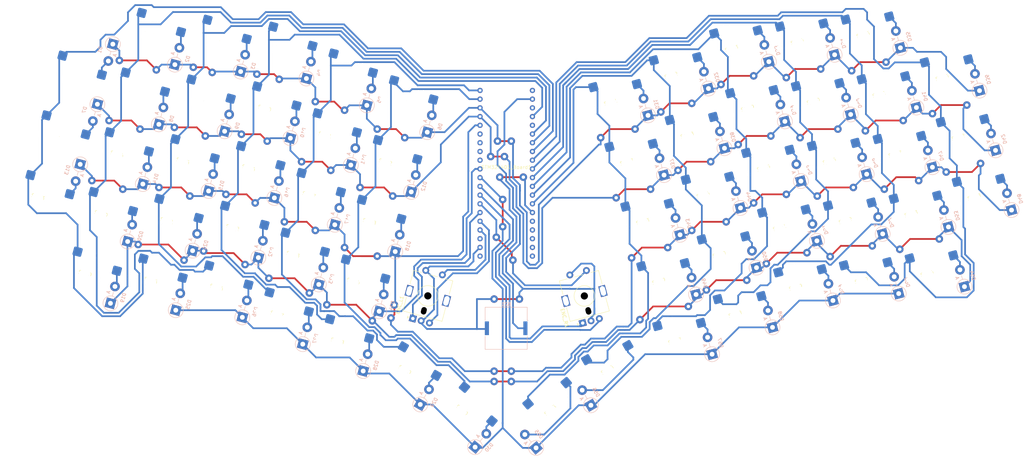
<source format=kicad_pcb>
(kicad_pcb (version 20241229) (generator "pcbnew") (generator_version "9.0")
  (layers (0 "F.Cu" signal) (2 "B.Cu" signal) (13 "F.Paste" user) (15 "B.Paste" user) (5 "F.SilkS" user "F.Silkscreen") (7 "B.SilkS" user "B.Silkscreen") (1 "F.Mask" user) (3 "B.Mask" user) (25 "Edge.Cuts" user))
  (net 0 "")
  (net 1 "/buzz")
  (net 2 "GND")
  (net 3 "/row0")
  (net 4 "Net-(D1-A)")
  (net 5 "Net-(D2-A)")
  (net 6 "Net-(D3-A)")
  (net 7 "Net-(D4-A)")
  (net 8 "Net-(D5-A)")
  (net 9 "Net-(D6-A)")
  (net 10 "Net-(D7-A)")
  (net 11 "/row1")
  (net 12 "Net-(D8-A)")
  (net 13 "Net-(D9-A)")
  (net 14 "Net-(D10-A)")
  (net 15 "Net-(D11-A)")
  (net 16 "Net-(D12-A)")
  (net 17 "/row2")
  (net 18 "Net-(D13-A)")
  (net 19 "Net-(D14-A)")
  (net 20 "Net-(D15-A)")
  (net 21 "Net-(D16-A)")
  (net 22 "Net-(D17-A)")
  (net 23 "Net-(D18-A)")
  (net 24 "/row3")
  (net 25 "Net-(D19-A)")
  (net 26 "Net-(D20-A)")
  (net 27 "Net-(D21-A)")
  (net 28 "Net-(D22-A)")
  (net 29 "Net-(D23-A)")
  (net 30 "Net-(D24-A)")
  (net 31 "/row4")
  (net 32 "Net-(D25-A)")
  (net 33 "Net-(D26-A)")
  (net 34 "Net-(D27-A)")
  (net 35 "Net-(D28-A)")
  (net 36 "Net-(D29-A)")
  (net 37 "Net-(D30-A)")
  (net 38 "Net-(D31-A)")
  (net 39 "Net-(D32-A)")
  (net 40 "Net-(D33-A)")
  (net 41 "Net-(D34-A)")
  (net 42 "Net-(D35-A)")
  (net 43 "Net-(D36-A)")
  (net 44 "Net-(D37-A)")
  (net 45 "Net-(D38-A)")
  (net 46 "Net-(D39-A)")
  (net 47 "Net-(D40-A)")
  (net 48 "Net-(D41-A)")
  (net 49 "Net-(D42-A)")
  (net 50 "Net-(D43-A)")
  (net 51 "Net-(D44-A)")
  (net 52 "Net-(D45-A)")
  (net 53 "Net-(D46-A)")
  (net 54 "Net-(D47-A)")
  (net 55 "Net-(D48-A)")
  (net 56 "Net-(D49-A)")
  (net 57 "Net-(D50-A)")
  (net 58 "Net-(D51-A)")
  (net 59 "Net-(D52-A)")
  (net 60 "Net-(D53-A)")
  (net 61 "Net-(D54-A)")
  (net 62 "Net-(D55-A)")
  (net 63 "Net-(D56-A)")
  (net 64 "Net-(D57-A)")
  (net 65 "Net-(D58-A)")
  (net 66 "Net-(D59-A)")
  (net 67 "Net-(D60-A)")
  (net 68 "/ENC_L_a")
  (net 69 "/ENC_L_push")
  (net 70 "/ENC_L_b")
  (net 71 "/ENC_R_b")
  (net 72 "/ENC_R_a")
  (net 73 "/ENC_R_push")
  (net 81 "/col1")
  (net 82 "/col0")
  (net 90 "/col2")
  (net 91 "/col3")
  (net 92 "/col4")
  (net 93 "/col5")
  (net 94 "/col6")
  (net 95 "/col7")
  (net 96 "/col8")
  (net 97 "/col9")
  (net 98 "/col10")
  (net 99 "/col11")
  (footprint "ftvkyo:Kailh Choc v1 socket with switch" (layer "F.Cu") (at 103.672815 41.548304 30)
    (property "Reference" "SW56")
    (property "Value" "SW_Push")
  )
  (footprint "ftvkyo:Kailh Choc v1 socket with switch" (layer "F.Cu") (at -1.039498 -17.2132 -15)
    (property "Reference" "SW16")
    (property "Value" "SW_Push")
  )
  (footprint "ftvkyo:Kailh Choc v1 socket with switch" (layer "F.Cu") (at 140.756933 25.399987 15)
    (property "Reference" "SW58")
    (property "Value" "SW_Push")
  )
  (footprint "ftvkyo:Kailh Choc v1 socket with switch" (layer "F.Cu") (at 191.932419 -3.841586 15)
    (property "Reference" "SW53")
    (property "Value" "SW_Push")
  )
  (footprint "ftvkyo:Kailh Choc v1 socket with switch" (layer "F.Cu") (at 109.204572 -18.944668 15)
    (property "Reference" "SW37")
    (property "Value" "SW_Push")
  )
  (footprint "ftvkyo:Kailh Choc v1 socket with switch" (layer "F.Cu") (at -10.356984 17.56013 -15)
    (property "Reference" "SW26")
    (property "Value" "SW_Push")
  )
  (footprint "ftvkyo:Kailh Choc v1 socket with switch" (layer "F.Cu") (at 136.098191 8.013322 15)
    (property "Reference" "SW50")
    (property "Value" "SW_Push")
  )
  (footprint "ftvkyo:Kailh Choc v1 socket with switch" (layer "F.Cu") (at 168.144628 -19.208467 15)
    (property "Reference" "SW46")
    (property "Value" "SW_Push")
  )
  (footprint "ftvkyo:Kailh Choc v1 socket with switch" (layer "F.Cu") (at 60.844126 53.202827 -40)
    (property "Reference" "SW30")
    (property "Value" "SW_Push")
  )
  (footprint "ftvkyo:Kailh Choc v1 socket with switch" (layer "F.Cu") (at -34.63885 -38.639434 -15)
    (property "Reference" "SW8")
    (property "Value" "SW_Push")
  )
  (footprint "ftvkyo:Kailh Choc v1 socket with switch" (layer "F.Cu") (at 3.619245 -34.599865 -15)
    (property "Reference" "SW10")
    (property "Value" "SW_Push")
  )
  (footprint "ftvkyo:Kailh Choc v1 socket with switch" (layer "F.Cu") (at 21.195378 -26.784526 -15)
    (property "Reference" "SW11")
    (property "Value" "SW_Push")
  )
  (footprint "ftvkyo:Kailh Choc v1 socket with switch" (layer "F.Cu") (at 158.333067 17.584648 15)
    (property "Reference" "SW59")
    (property "Value" "SW_Push")
  )
  (footprint "ftvkyo:Kailh Choc v1 socket with switch" (layer "F.Cu") (at 177.956191 -56.00158 15)
    (property "Reference" "SW35")
    (property "Value" "SW_Push")
  )
  (footprint "ftvkyo:Kailh Choc v1 socket with switch" (layer "F.Cu") (at 158.827144 -53.981796 15)
    (property "Reference" "SW34")
    (property "Value" "SW_Push")
  )
  (footprint "Rotary_Encoder:RotaryEncoder_Alps_EC11E-Switch_Vertical_H20mm_MountingHoles" (layer "F.Cu") (at 46.866075 26.163706 75)
    (property "Reference" "ENC_L1")
    (property "Value" "RotaryEncoder_Switch")
  )
  (footprint "ftvkyo:STM32F401_Board" (layer "F.Cu") (at 74.03 -17.4)
    (property "Reference" "STM32F401_Board1")
    (property "Value" "~")
  )
  (footprint "ftvkyo:Kailh Choc v1 socket with switch" (layer "F.Cu") (at 87.131957 53.227346 40)
    (property "Reference" "SW55")
    (property "Value" "SW_Push")
  )
  (footprint "ftvkyo:Kailh Choc v1 socket with switch" (layer "F.Cu") (at -29.486032 15.540345 -15)
    (property "Reference" "SW25")
    (property "Value" "SW_Push")
  )
  (footprint "ftvkyo:Kailh Choc v1 socket with switch" (layer "F.Cu") (at 118.522056 15.828661 15)
    (property "Reference" "SW49")
    (property "Value" "SW_Push")
  )
  (footprint "Rotary_Encoder:RotaryEncoder_Alps_EC11E-Switch_Vertical_H20mm_MountingHoles" (layer "F.Cu") (at 96.280378 27.48232 105)
    (property "Reference" "ENC_R1")
    (property "Value" "RotaryEncoder_Switch")
  )
  (footprint "ftvkyo:Kailh Choc v1 socket with switch" (layer "F.Cu") (at 177.462115 15.564863 15)
    (property "Reference" "SW60")
    (property "Value" "SW_Push")
  )
  (footprint "ftvkyo:Kailh Choc v1 socket with switch" (layer "F.Cu") (at 200.967525 -43.532477 15)
    (property "Reference" "SW36")
    (property "Value" "SW_Push")
  )
  (footprint "ftvkyo:Kailh Choc v1 socket with switch" (layer "F.Cu") (at 172.803371 -1.821801 15)
    (property "Reference" "SW52")
    (property "Value" "SW_Push")
  )
  (footprint "ftvkyo:Kailh Choc v1 socket with switch" (layer "F.Cu") (at 122.121961 -44.146673 15)
    (property "Reference" "SW32")
    (property "Value" "SW_Push")
  )
  (footprint "ftvkyo:Kailh Choc v1 socket with switch" (layer "F.Cu") (at -52.991442 -43.556996 -15)
    (property "Reference" "SW1")
    (property "Value" "SW_Push")
  )
  (footprint "ftvkyo:Kailh Choc v1 socket with switch" (layer "F.Cu") (at 34.11277 -1.582522 -15)
    (property "Reference" "SW18")
    (property "Value" "SW_Push")
  )
  (footprint "ftvkyo:Kailh Choc v1 socket with switch" (layer "F.Cu") (at 29.454026 15.804142 -15)
    (property "Reference" "SW24")
    (property "Value" "SW_Push")
  )
  (footprint "ftvkyo:Kailh Choc v1 socket with switch" (layer "F.Cu") (at 104.545829 -36.331333 15)
    (property "Reference" "SW31")
    (property "Value" "SW_Push")
  )
  (footprint "ftvkyo:Kailh Choc v1 socket with switch" (layer "F.Cu") (at -29.980108 -56.026099 -15)
    (property "Reference" "SW2")
    (property "Value" "SW_Push")
  )
  (footprint "ftvkyo:Kailh Choc v1 socket with switch" (layer "F.Cu") (at 205.626268 -26.145813 15)
    (property "Reference" "SW42")
    (property "Value" "SW_Push")
  )
  (footprint "ftvkyo:Kailh Choc v1 socket with switch" (layer "F.Cu") (at 153.674323 0.197983 15)
    (property "Reference" "SW51")
    (property "Value" "SW_Push")
  )
  (footprint "ftvkyo:Kailh Choc v1 socket with switch" (layer "F.Cu") (at 16.536635 -9.397861 -15)
    (property "Reference" "SW17")
    (property "Value" "SW_Push")
  )
  (footprint "ftvkyo:Kailh Choc v1 socket with switch" (layer "F.Cu") (at 139.698096 -51.962012 15)
    (property "Reference" "SW33")
    (property "Value" "SW_Push")
  )
  (footprint "ftvkyo:Kailh Choc v1 socket with switch" (layer "F.Cu") (at -24.827289 -1.84632 -15)
    (property "Reference" "SW21")
    (property "Value" "SW_Push")
  )
  (footprint "ftvkyo:Kailh Choc v1 socket with switch" (layer "F.Cu") (at -62.308927 -8.783666 -15)
    (property "Reference" "SW13")
    (property "Value" "SW_Push")
  )
  (footprint "ftvkyo:Kailh Choc v1 socket with switch" (layer "F.Cu") (at -15.509803 -36.61965 -15)
    (property "Reference" "SW9")
    (property "Value" "SW_Push")
  )
  (footprint "ftvkyo:Kailh Choc v1 socket with switch" (layer "F.Cu") (at 182.614933 -38.614915 15)
    (property "Reference" "SW41")
    (property "Value" "SW_Push")
  )
  (footprint "ftvkyo:Kailh Choc v1 socket with switch" (layer "F.Cu") (at -48.615078 13.520561 -15)
    (property "Reference" "SW19")
    (property "Value" "SW_Push")
  )
  (footprint "ftvkyo:Kailh Choc v1 socket with switch" (layer "F.Cu") (at -39.297594 -21.252769 -15)
    (property "Reference" "SW14")
    (property "Value" "SW_Push")
  )
  (footprint "ftvkyo:Kailh Choc v1 socket with switch" (layer "F.Cu") (at 163.485886 -36.595131 15)
    (property "Reference" "SW40")
    (property "Value" "SW_Push")
  )
  (footprint "ftvkyo:Kailh Choc v1 socket with switch" (layer "F.Cu") (at 25.854122 -44.171191 -15)
    (property "Reference" "SW5")
    (property "Value" "SW_Push")
  )
  (footprint "ftvkyo:Kailh Choc v1 socket with switch" (layer "F.Cu") (at 8.277988 -51.98653 -15)
    (property "Reference" "SW4")
    (property "Value" "SW_Push")
  )
  (footprint "ftvkyo:Kailh Choc v1 socket with switch" (layer "F.Cu") (at 131.439448 -9.373343 15)
    (property "Reference" "SW44")
    (property "Value" "SW_Push")
  )
  (footprint "ftvkyo:Kailh Choc v1 socket with switch" (layer "F.Cu") (at 123.1808 33.215326 15)
    (property "Reference" "SW57")
    (property "Value" "SW_Push")
  )
  (footprint "ftvkyo:Kailh Choc v1 socket with switch" (layer "F.Cu") (at 44.303269 41.523786 -30)
    (property "Reference" "SW29")
    (property "Value" "SW_Push")
  )
  (footprint "ftvkyo:Kailh Choc v1 socket with switch" (layer "F.Cu") (at 7.21915 25.375468 -15)
    (property "Reference" "SW27")
    (property "Value" "SW_Push")
  )
  (footprint "ftvkyo:Kailh Choc v1 socket with switch" (layer "F.Cu") (at 210.285011 -8.759148 15)
    (property "Reference" "SW48")
    (property "Value" "SW_Push")
  )
  (footprint "ftvkyo:Kailh Choc v1 socket with switch" (layer "F.Cu") (at -10.85106 -54.006315 -15)
    (property "Reference" "SW3")
    (property "Value" "SW_Push")
  )
  (footprint "ftvkyo:Kailh Choc v1 socket with switch" (layer "F.Cu") (at 38.771512 -18.969187 -15)
    (property "Reference" "SW12")
    (property "Value" "SW_Push")
  )
  (footprint "ftvkyo:Kailh Choc v1 socket with switch" (layer "F.Cu") (at 144.356839 -34.575347 15)
    (property "Reference" "SW39")
    (property "Value" "SW_Push")
  )
  (footprint "ftvkyo:Kailh Choc v1 socket with switch" (layer "F.Cu") (at 187.273676 -21.22825 15)
    (property "Reference" "SW47")
    (property "Value" "SW_Push")
  )
  (footprint "ftvkyo:Kailh Choc v1 socket with switch" (layer "F.Cu") (at 196.591162 13.545079 15)
    (property "Reference" "SW54")
    (property "Value" "SW_Push")
  )
  (footprint "ftvkyo:Kailh Choc v1 socket with switch" (layer "F.Cu") (at 113.863313 -1.558003 15)
    (property "Reference" "SW43")
    (property "Value" "SW_Push")
  )
  (footprint "ftvkyo:Kailh Choc v1 socket with switch" (layer "F.Cu") (at 11.877893 7.988804 -15)
    (property "Reference" "SW23")
    (property "Value" "SW_Push")
  )
  (footprint "ftvkyo:Kailh Choc v1 socket with switch" (layer "F.Cu") (at 126.780704 -26.760007 15)
    (property "Reference" "SW38")
    (property "Value" "SW_Push")
  )
  (footprint "ftvkyo:Kailh Choc v1 socket with switch" (layer "F.Cu") (at -20.168545 -19.232985 -15)
    (property "Reference" "SW15")
    (property "Value" "SW_Push")
  )
  (footprint "ftvkyo:Kailh Choc v1 socket with switch" (layer "F.Cu") (at -43.956337 -3.866104 -15)
    (property "Reference" "SW20")
    (property "Value" "SW_Push")
  )
  (footprint "ftvkyo:Kailh Choc v1 socket with switch" (layer "F.Cu") (at 43.430255 -36.355852 -15)
    (property "Reference" "SW6")
    (property "Value" "SW_Push")
  )
  (footprint "ftvkyo:Kailh Choc v1 socket with switch" (layer "F.Cu") (at 24.795283 33.190808 -15)
    (property "Reference" "SW28")
    (property "Value" "SW_Push")
  )
  (footprint "ftvkyo:Kailh Choc v1 socket with switch" (layer "F.Cu") (at -57.650184 -26.170331 -15)
    (property "Reference" "SW7")
    (property "Value" "SW_Push")
  )
  (footprint "ftvkyo:Kailh Choc v1 socket with switch" (layer "F.Cu") (at -5.698241 0.173464 -15)
    (property "Reference" "SW22")
    (property "Value" "SW_Push")
  )
  (footprint "ftvkyo:Kailh Choc v1 socket with switch" (layer "F.Cu") (at 149.01558 -17.188682 15)
    (property "Reference" "SW45")
    (property "Value" "SW_Push")
  )
  (footprint "Diode_THT:D_5W_P5.08mm_Vertical_AnodeUp" (layer "B.Cu") (at -22.356726 -47.771763 75)
    (property "Reference" "D2")
    (property "Value" "D")
  )
  (footprint "Diode_THT:D_5W_P5.08mm_Vertical_AnodeUp" (layer "B.Cu") (at -7.886421 -28.365314 75)
    (property "Reference" "D9")
    (property "Value" "D")
  )
  (footprint "Diode_THT:D_5W_P5.08mm_Vertical_AnodeUp" (layer "B.Cu") (at 32.418665 41.445144 75)
    (property "Reference" "D28")
    (property "Value" "D")
  )
  (footprint "Diode_THT:D_5W_P5.08mm_Vertical_AnodeUp" (layer "B.Cu") (at 188.191324 18.901638 105)
    (property "Reference" "D60")
    (property "Value" "D")
  )
  (footprint "Diode_THT:D_5W_P5.08mm_Vertical_AnodeUp" (layer "B.Cu") (at 14.842531 33.629804 75)
    (property "Reference" "D27")
    (property "Value" "D")
  )
  (footprint "Diode_THT:D_5W_P5.08mm_Vertical_AnodeUp" (layer "B.Cu") (at 221.014219 -5.422373 105)
    (property "Reference" "D48")
    (property "Value" "D")
  )
  (footprint "Diode_THT:D_5W_P5.08mm_Vertical_AnodeUp" (layer "B.Cu") (at 193.344144 -35.278142 105)
    (property "Reference" "D41")
    (property "Value" "D")
  )
  (footprint "Diode_THT:D_5W_P5.08mm_Vertical_AnodeUp" (layer "B.Cu") (at -31.674213 -12.998433 75)
    (property "Reference" "D14")
    (property "Value" "D")
  )
  (footprint "Diode_THT:D_5W_P5.08mm_Vertical_AnodeUp" (layer "B.Cu") (at -44.900834 -36.236118 -105)
    (property "Reference" "D7")
    (property "Value" "D")
  )
  (footprint "Diode_THT:D_5W_P5.08mm_Vertical_AnodeUp" (layer "B.Cu") (at 46.394894 -10.714851 75)
    (property "Reference" "D12")
    (property "Value" "D")
  )
  (footprint "Diode_THT:D_5W_P5.08mm_Vertical_AnodeUp" (layer "B.Cu") (at 24.160017 -1.143525 75)
    (property "Reference" "D17")
    (property "Value" "D")
  )
  (footprint "Diode_THT:D_5W_P5.08mm_Vertical_AnodeUp" (layer "B.Cu") (at 137.509915 -23.423233 105)
    (property "Reference" "D38")
    (property "Value" "D")
  )
  (footprint "Diode_THT:D_5W_P5.08mm_Vertical_AnodeUp" (layer "B.Cu") (at 129.251267 19.165436 105)
    (property "Reference" "D49")
    (property "Value" "D")
  )
  (footprint "Diode_THT:D_5W_P5.08mm_Vertical_AnodeUp" (layer "B.Cu") (at 11.242626 -26.345529 75)
    (property "Reference" "D10")
    (property "Value" "D")
  )
  (footprint "Diode_THT:D_5W_P5.08mm_Vertical_AnodeUp" (layer "B.Cu") (at -22.099166 23.736119 75)
    (property "Reference" "D25")
    (property "Value" "D")
  )
  (footprint "Diode_THT:D_5W_P5.08mm_Vertical_AnodeUp" (layer "B.Cu") (at -41.099166 21.736119 75)
    (property "Reference" "D19")
    (property "Value" "D")
  )
  (footprint "Diode_THT:D_5W_P5.08mm_Vertical_AnodeUp" (layer "B.Cu") (at 28.818761 -18.530191 75)
    (property "Reference" "D11")
    (property "Value" "D")
  )
  (footprint "Diode_THT:D_5W_P5.08mm_Vertical_AnodeUp" (layer "B.Cu") (at -12.545165 -10.978649 75)
    (property "Reference" "D15")
    (property "Value" "D")
  )
  (footprint "Diode_THT:D_5W_P5.08mm_Vertical_AnodeUp" (layer "B.Cu") (at -3.227679 -45.751979 75)
    (property "Reference" "D3")
    (property "Value" "D")
  )
  (footprint "Diode_THT:D_5W_P5.08mm_Vertical_AnodeUp" (layer "B.Cu") (at 132.851172 -40.809899 105)
    (property "Reference" "D32")
    (property "Value" "D")
  )
  (footprint "Diode_THT:D_5W_P5.08mm_Vertical_AnodeUp" (layer "B.Cu") (at 115.275037 -32.994559 105)
    (property "Reference" "D31")
    (property "Value" "D")
  )
  (footprint "Diode_THT:D_5W_P5.08mm_Vertical_AnodeUp" (layer "B.Cu") (at 151.486143 28.736761 105)
    (property "Reference" "D58")
    (property "Value" "D")
  )
  (footprint "Diode_THT:D_5W_P5.08mm_Vertical_AnodeUp" (layer "B.Cu") (at 146.827399 11.350097 105)
    (property "Reference" "D50")
    (property "Value" "D")
  )
  (footprint "Diode_THT:D_5W_P5.08mm_Vertical_AnodeUp" (layer "B.Cu") (at -36.099166 3.736119 75)
    (property "Reference" "D20")
    (property "Value" "D")
  )
  (footprint "Diode_THT:D_5W_P5.08mm_Vertical_AnodeUp" (layer "B.Cu") (at 169.062277 20.921422 105)
    (property "Reference" "D59")
    (property "Value" "D")
  )
  (footprint "Diode_THT:D_5W_P5.08mm_Vertical_AnodeUp" (layer "B.Cu") (at 207.320371 16.881853 105)
    (property "Reference" "D54")
    (property "Value" "D")
  )
  (footprint "Diode_THT:D_5W_P5.08mm_Vertical_AnodeUp" (layer "B.Cu") (at 155.086047 -31.238573 105)
    (property "Reference" "D39")
    (property "Value" "D")
  )
  (footprint "Diode_THT:D_5W_P5.08mm_Vertical_AnodeUp" (layer "B.Cu") (at 51.053636 -28.101516 75)
    (property "Reference" "D6")
    (property "Value" "D")
  )
  (footprint "Diode_THT:D_5W_P5.08mm_Vertical_AnodeUp" (layer "B.Cu") (at 188.6854 -52.664807 105)
    (property "Reference" "D35")
    (property "Value" "D")
  )
  (footprint "Diode_THT:D_5W_P5.08mm_Vertical_AnodeUp" (layer "B.Cu") (at -17.203908 6.408016 75)
    (property "Reference" "D21")
    (property "Value" "D")
  )
  (footprint "Diode_THT:D_5W_P5.08mm_Vertical_AnodeUp" (layer "B.Cu") (at 49.021806 51.193779 60)
    (property "Reference" "D29")
    (property "Value" "D")
  )
  (footprint "Diode_THT:D_5W_P5.08mm_Vertical_AnodeUp" (layer "B.Cu") (at 142.168658 -6.036569 105)
    (property "Reference" "D44")
    (property "Value" "D")
  )
  (footprint "Diode_THT:D_5W_P5.08mm_Vertical_AnodeUp" (layer "B.Cu") (at 178.873838 -15.871692 105)
    (property "Reference" "D46")
    (property "Value" "D")
  )
  (footprint "Diode_THT:D_5W_P5.08mm_Vertical_AnodeUp" (layer "B.Cu") (at 33.477502 -35.916855 75)
    (property "Reference" "D5")
    (property "Value" "D")
  )
  (footprint "Diode_THT:D_5W_P5.08mm_Vertical_AnodeUp" (layer "B.Cu") (at 64.973292 63.607292 50)
    (property "Reference" "D30")
    (property "Value" "D")
  )
  (footprint "Diode_THT:D_5W_P5.08mm_Vertical_AnodeUp" (layer "B.Cu") (at 1.92514 8.4278 75)
    (property "Reference" "D22")
    (property "Value" "D")
  )
  (footprint "Diode_THT:D_5W_P5.08mm_Vertical_AnodeUp" (layer "B.Cu") (at 41.736151 6.671814 75)
    (property "Reference" "D18")
    (property "Value" "D")
  )
  (footprint "Diode_THT:D_5W_P5.08mm_Vertical_AnodeUp" (layer "B.Cu") (at -2.733603 25.814465 75)
    (property "Reference" "D26")
    (property "Value" "D")
  )
  (footprint "Diode_THT:D_5W_P5.08mm_Vertical_AnodeUp" (layer "B.Cu") (at 119.93378 -15.607894 105)
    (property "Reference" "D37")
    (property "Value" "D")
  )
  (footprint "Diode_THT:D_5W_P5.08mm_Vertical_AnodeUp" (layer "B.Cu") (at 159.74479 -13.851908 105)
    (property "Reference" "D45")
    (property "Value" "D")
  )
  (footprint "Diode_THT:D_5W_P5.08mm_Vertical_AnodeUp" (layer "B.Cu") (at 216.355476 -22.809039 105)
    (property "Reference" "D42")
    (property "Value" "D")
  )
  (footprint "Diode_THT:D_5W_P5.08mm_Vertical_AnodeUp" (layer "B.Cu") (at 174.215095 -33.258357 105)
    (property "Reference" "D40")
    (property "Value" "D")
  )
  (footprint "Diode_THT:D_5W_P5.08mm_Vertical_AnodeUp" (layer "B.Cu") (at -27.015469 -30.385098 75)
    (property "Reference" "D8")
    (property "Value" "D")
  )
  (footprint "Diode_THT:D_5W_P5.08mm_Vertical_AnodeUp" (layer "B.Cu") (at 124.592523 1.778771 105)
    (property "Reference" "D43")
    (property "Value" "D")
  )
  (footprint "Diode_THT:D_5W_P5.08mm_Vertical_AnodeUp" (layer "B.Cu") (at 15.901369 -43.732194 75)
    (property "Reference" "D4")
    (property "Value" "D")
  )
  (footprint "Diode_THT:D_5W_P5.08mm_Vertical_AnodeUp" (layer "B.Cu") (at 202.66163 -0.504812 105)
    (property "Reference" "D53")
    (property "Value" "D")
  )
  (footprint "Diode_THT:D_5W_P5.08mm_Vertical_AnodeUp" (layer "B.Cu") (at 211.696735 -40.195703 105)
    (property "Reference" "D36")
    (property "Value" "D")
  )
  (footprint "Diode_THT:D_5W_P5.08mm_Vertical_AnodeUp" (layer "B.Cu") (at 37.077407 24.058479 75)
    (property "Reference" "D24")
    (property "Value" "D")
  )
  (footprint "Diode_THT:D_5W_P5.08mm_Vertical_AnodeUp" (layer "B.Cu") (at 82.704336 63.832773 130)
    (property "Reference" "D55")
    (property "Value" "D")
  )
  (footprint "Diode_THT:D_5W_P5.08mm_Vertical_AnodeUp" (layer "B.Cu") (at 169.556352 -50.645022 105)
    (property "Reference" "D34")
    (property "Value" "D")
  )
  (footprint "Diode_THT:D_5W_P5.08mm_Vertical_AnodeUp" (layer "B.Cu") (at -49.900834 -18.736119 -105)
    (property "Reference" "D13")
    (property "Value" "D")
  )
  (footprint "Diode_THT:D_5W_P5.08mm_Vertical_AnodeUp" (layer "B.Cu") (at 164.403533 3.534757 105)
    (property "Reference" "D51")
    (property "Value" "D")
  )
  (footprint "Diode_THT:D_5W_P5.08mm_Vertical_AnodeUp" (layer "B.Cu") (at 183.532582 1.514973 105)
    (property "Reference" "D52")
    (property "Value" "D")
  )
  (footprint "Diode_THT:D_5W_P5.08mm_Vertical_AnodeUp" (layer "B.Cu") (at -40.400834 -53.736119 -105)
    (property "Reference" "D1")
    (property "Value" "D")
  )
  (footprint "Diode_THT:D_5W_P5.08mm_Vertical_AnodeUp" (layer "B.Cu") (at 6.583884 -8.958865 75)
    (property "Reference" "D16")
    (property "Value" "D")
  )
  (footprint "Diode_THT:D_5W_P5.08mm_Vertical_AnodeUp" (layer "B.Cu") (at 133.910009 36.552101 105)
    (property "Reference" "D57")
    (property "Value" "D")
  )
  (footprint "Diode_THT:D_5W_P5.08mm_Vertical_AnodeUp" (layer "B.Cu") (at 19.501274 16.24314 75)
    (property "Reference" "D23")
    (property "Value" "D")
  )
  (footprint "Diode_THT:D_5W_P5.08mm_Vertical_AnodeUp" (layer "B.Cu") (at 150.427304 -48.625237 105)
    (property "Reference" "D33")
    (property "Value" "D")
  )
  (footprint "Diode_THT:D_5W_P5.08mm_Vertical_AnodeUp" (layer "B.Cu") (at 98.655822 51.419261 120)
    (property "Reference" "D56")
    (property "Value" "D")
  )
  (footprint "Diode_THT:D_5W_P5.08mm_Vertical_AnodeUp" (layer "B.Cu") (at 198.002887 -17.891477 105)
    (property "Reference" "D47")
    (property "Value" "D")
  )
  (footprint "Buzzer_Beeper:Buzzer_Murata_PKLCS1212E" (layer "B.Cu") (at 74 29 180)
    (property "Reference" "BZ1")
    (property "Value" "Buzzer")
  )
  (segment (start 79 -15) (end 72.15 -15) (width 0.5) (layer "F.Cu") (net 1))
  (via (at 79 -15) (size 2.2) (drill 1) (layers "F.Cu" "B.Cu") (net 1))
  (via (at 72.15 -15) (size 2.2) (drill 1) (layers "F.Cu" "B.Cu") (net 1))
  (segment (start 79 -15) (end 79.5 -14.5) (width 0.5) (layer "B.Cu") (net 1))
  (segment (start 76.003 27.503) (end 77.5 29) (width 0.5) (layer "B.Cu") (net 1))
  (segment (start 75 -11.5) (end 75 -5.5) (width 0.5) (layer "B.Cu") (net 1))
  (segment (start 79.5 -14.5) (end 79.5 -6.85) (width 0.5) (layer "B.Cu") (net 1))
  (segment (start 75 -5.5) (end 77 -3.5) (width 0.5) (layer "B.Cu") (net 1))
  (segment (start 77 -3.5) (end 77 4.003) (width 0.5) (layer "B.Cu") (net 1))
  (segment (start 72.15 -14.35) (end 75 -11.5) (width 0.5) (layer "B.Cu") (net 1))
  (segment (start 73.005 7.998) (end 73.005 13) (width 0.5) (layer "B.Cu") (net 1))
  (segment (start 72.15 -15) (end 72.15 -14.35) (width 0.5) (layer "B.Cu") (net 1))
  (segment (start 77.5 29) (end 79.6 29) (width 0.5) (layer "B.Cu") (net 1))
  (segment (start 76.003 15.998) (end 76.003 27.503) (width 0.5) (layer "B.Cu") (net 1))
  (segment (start 73.005 13) (end 76.003 15.998) (width 0.5) (layer "B.Cu") (net 1))
  (segment (start 77 4.003) (end 73.005 7.998) (width 0.5) (layer "B.Cu") (net 1))
  (segment (start 79.5 -6.85) (end 81.65 -4.7) (width 0.5) (layer "B.Cu") (net 1))
  (segment (start 70.5 20.5) (end 77.853 20.5) (width 0.5) (layer "F.Cu") (net 2))
  (via (at 70.5 20.5) (size 2.2) (drill 1) (layers "F.Cu" "B.Cu") (net 2))
  (via (at 77.853 20.5) (size 2.2) (drill 1) (layers "F.Cu" "B.Cu") (net 2))
  (segment (start 78 4.504) (end 78 4.418628) (width 0.5) (layer "B.Cu") (net 2))
  (segment (start 65.5 29.208801) (end 68.191199 29.208801) (width 0.5) (layer "B.Cu") (net 2))
  (segment (start 92.5 17.5) (end 92.530224 17.530224) (width 0.5) (layer "B.Cu") (net 2))
  (segment (start 71.5 -18.5) (end 71.5 -22.5) (width 0.5) (layer "B.Cu") (net 2))
  (segment (start 64.5 9.5) (end 63 11) (width 0.5) (layer "B.Cu") (net 2))
  (segment (start 75 7.504) (end 78 4.504) (width 0.5) (layer "B.Cu") (net 2))
  (segment (start 51.776733 11) (end 50.618951 12.157782) (width 0.5) (layer "B.Cu") (net 2))
  (segment (start 98.830404 10.169595) (end 99.660809 11) (width 0.5) (layer "B.Cu") (net 2))
  (segment (start 74.006 12.585372) (end 74.006 8.494) (width 0.5) (layer "B.Cu") (net 2))
  (segment (start 71.5 -22.5) (end 73.5 -24.5) (width 0.5) (layer "B.Cu") (net 2))
  (segment (start 73.5 -34) (end 77.22 -37.72) (width 0.5) (layer "B.Cu") (net 2))
  (segment (start 99.660809 23.11358) (end 99.660809 24.916702) (width 0.5) (layer "B.Cu") (net 2))
  (segment (start 53 14.538831) (end 53 23.536312) (width 0.5) (layer "B.Cu") (net 2))
  (segment (start 73.5 -24.5) (end 73.5 -34) (width 0.5) (layer "B.Cu") (net 2))
  (segment (start 50.970416 29.208801) (end 65.5 29.208801) (width 0.5) (layer "B.Cu") (net 2))
  (segment (start 63 11) (end 51.776733 11) (width 0.5) (layer "B.Cu") (net 2))
  (segment (start 99.630585 17.530224) (end 99.660809 17.5) (width 0.5) (layer "B.Cu") (net 2))
  (segment (start 65.5 20.5) (end 70.5 20.5) (width 0.5) (layer "B.Cu") (net 2))
  (segment (start 76.001 -5.914628) (end 76.001 -11.914628) (width 0.5) (layer "B.Cu") (net 2))
  (segment (start 95.834303 10.169595) (end 98.830404 10.169595) (width 0.5) (layer "B.Cu") (net 2))
  (segment (start 98.695194 25.882317) (end 99.660809 24.916702) (width 0.5) (layer "B.Cu") (net 2))
  (segment (start 53 23.536312) (end 49.725558 26.810754) (width 0.5) (layer "B.Cu") (net 2))
  (segment (start 77.853 20.5) (end 77.853 18.567628) (width 0.5) (layer "B.Cu") (net 2))
  (segment (start 68.191199 29.208801) (end 68.4 29) (width 0.5) (layer "B.Cu") (net 2))
  (segment (start 66.41 5.46) (end 64.5 7.37) (width 0.5) (layer "B.Cu") (net 2))
  (segment (start 49.280891 27.519276) (end 50.970416 29.208801) (width 0.5) (layer "B.Cu") (net 2))
  (segment (start 64.5 7.37) (end 64.5 9.5) (width 0.5) (layer "B.Cu") (net 2))
  (segment (start 78.920628 17.5) (end 74.006 12.585372) (width 0.5) (layer "B.Cu") (net 2))
  (segment (start 49.280891 26.810754) (end 49.280891 27.519276) (width 0.5) (layer "B.Cu") (net 2))
  (segment (start 92.5 17.5) (end 92.5 17.530224) (width 0.5) (layer "B.Cu") (net 2))
  (segment (start 92.530224 17.530224) (end 99.630585 17.530224) (width 0.5) (layer "B.Cu") (net 2))
  (segment (start 74.006 8.494) (end 74.996 7.504) (width 0.5) (layer "B.Cu") (net 2))
  (segment (start 65.5 29.208801) (end 65.5 20.5) (width 0.5) (layer "B.Cu") (net 2))
  (segment (start 99.660809 24.916702) (end 99.660809 17.5) (width 0.5) (layer "B.Cu") (net 2))
  (segment (start 99.660809 11) (end 99.660809 17.5) (width 0.5) (layer "B.Cu") (net 2))
  (segment (start 77.22 -37.72) (end 81.65 -37.72) (width 0.5) (layer "B.Cu") (net 2))
  (segment (start 92.5 17.5) (end 78.920628 17.5) (width 0.5) (layer "B.Cu") (net 2))
  (segment (start 78.001 4.417628) (end 78.001 -3.914628) (width 0.5) (layer "B.Cu") (net 2))
  (segment (start 78.001 -3.914628) (end 76.001 -5.914628) (width 0.5) (layer "B.Cu") (net 2))
  (segment (start 76.001 -11.914628) (end 74 -13.915628) (width 0.5) (layer "B.Cu") (net 2))
  (segment (start 74 -13.915628) (end 74 -16) (width 0.5) (layer "B.Cu") (net 2))
  (segment (start 74.996 7.504) (end 75 7.504) (width 0.5) (layer "B.Cu") (net 2))
  (segment (start 98.695194 26.835272) (end 98.695194 25.882317) (width 0.5) (layer "B.Cu") (net 2))
  (segment (start 74 -16) (end 71.5 -18.5) (width 0.5) (layer "B.Cu") (net 2))
  (segment (start 50.618951 12.157782) (end 53 14.538831) (width 0.5) (layer "B.Cu") (net 2))
  (segment (start 77.853 18.567628) (end 78.920628 17.5) (width 0.5) (layer "B.Cu") (net 2))
  (segment (start 78 4.418628) (end 78.001 4.417628) (width 0.5) (layer "B.Cu") (net 2))
  (segment (start 92.527502 13.476396) (end 95.834303 10.169595) (width 0.5) (layer "B.Cu") (net 2))
  (segment (start 49.725558 26.810754) (end 49.280891 26.810754) (width 0.5) (layer "B.Cu") (net 2))
  (segment (start 42 -29) (end 44.5 -26.5) (width 0.5) (layer "F.Cu") (net 3))
  (segment (start 71.5 -25.5) (end 75.5 -25.5) (width 0.5) (layer "F.Cu") (net 3))
  (segment (start 139 -44.5) (end 146 -44.5) (width 0.5) (layer "F.Cu") (net 3))
  (segment (start 26.5 -34.5) (end 24 -37) (width 0.5) (layer "F.Cu") (net 3))
  (segment (start 1.5 -45) (end 6.5 -45) (width 0.5) (layer "F.Cu") (net 3))
  (segment (start 104 -29) (end 101.5 -26.5) (width 0.5) (layer "F.Cu") (net 3))
  (segment (start 136.5 -42) (end 139 -44.5) (width 0.5) (layer "F.Cu") (net 3))
  (segment (start 6.5 -45) (end 8 -43.5) (width 0.5) (layer "F.Cu") (net 3))
  (segment (start -30.5 -49) (end -27.75 -46.25) (width 0.5) (layer "F.Cu") (net 3))
  (segment (start 177 -48.5) (end 184.5 -48.5) (width 0.5) (layer "F.Cu") (net 3))
  (segment (start 174.5 -46) (end 177 -48.5) (width 0.5) (layer "F.Cu") (net 3))
  (segment (start 24 -37) (end 18.5 -37) (width 0.5) (layer "F.Cu") (net 3))
  (segment (start -38.5 -49) (end -30.5 -49) (width 0.5) (layer "F.Cu") (net 3))
  (segment (start 27 -34.5) (end 26.5 -34.5) (width 0.5) (layer "F.Cu") (net 3))
  (segment (start -13 -47) (end -11.5 -45.5) (width 0.5) (layer "F.Cu") (net 3))
  (segment (start 36.5 -29) (end 42 -29) (width 0.5) (layer "F.Cu") (net 3))
  (segment (start 155.5 -44) (end 158 -46.5) (width 0.5) (layer "F.Cu") (net 3))
  (segment (start 119 -34) (end 121.5 -36.5) (width 0.5) (layer "F.Cu") (net 3))
  (segment (start -17 -47) (end -13 -47) (width 0.5) (layer "F.Cu") (net 3))
  (segment (start 158 -46.5) (end 165.5 -46.5) (width 0.5) (layer "F.Cu") (net 3))
  (segment (start 111.5 -29) (end 104 -29) (width 0.5) (layer "F.Cu") (net 3))
  (segment (start 121.5 -36.5) (end 128 -36.5) (width 0.5) (layer "F.Cu") (net 3))
  (via (at -17 -47) (size 2.2) (drill 1) (layers "F.Cu" "B.Cu") (net 3))
  (via (at 18.5 -37) (size 2.2) (drill 1) (layers "F.Cu" "B.Cu") (net 3))
  (via (at 27 -34.5) (size 2.2) (drill 1) (layers "F.Cu" "B.Cu") (net 3))
  (via (at -38.5 -49) (size 2.2) (drill 1) (layers "F.Cu" "B.Cu") (net 3))
  (via (at 128 -36.5) (size 2.2) (drill 1) (layers "F.Cu" "B.Cu") (net 3))
  (via (at 165.5 -46.5) (size 2.2) (drill 1) (layers "F.Cu" "B.Cu") (net 3))
  (via (at 184.5 -48.5) (size 2.2) (drill 1) (layers "F.Cu" "B.Cu") (net 3))
  (via (at 1.5 -45) (size 2.2) (drill 1) (layers "F.Cu" "B.Cu") (net 3))
  (via (at 44.5 -26.5) (size 2.2) (drill 1) (layers "F.Cu" "B.Cu") (net 3))
  (via (at 146 -44.5) (size 2.2) (drill 1) (layers "F.Cu" "B.Cu") (net 3))
  (via (at 75.5 -25.5) (size 2.2) (drill 1) (layers "F.Cu" "B.Cu") (net 3))
  (via (at 174.5 -46) (size 2.2) (drill 1) (layers "F.Cu" "B.Cu") (net 3))
  (via (at 36.5 -29) (size 2.2) (drill 1) (layers "F.Cu" "B.Cu") (net 3))
  (via (at -11.5 -45.5) (size 2.2) (drill 1) (layers "F.Cu" "B.Cu") (net 3))
  (via (at 119 -34) (size 2.2) (drill 1) (layers "F.Cu" "B.Cu") (net 3))
  (via (at 111.5 -29) (size 2.2) (drill 1) (layers "F.Cu" "B.Cu") (net 3))
  (via (at 155.5 -44) (size 2.2) (drill 1) (layers "F.Cu" "B.Cu") (net 3))
  (via (at -27.75 -46.25) (size 2.2) (drill 1) (layers "F.Cu" "B.Cu") (net 3))
  (via (at 101.5 -26.5) (size 2.2) (drill 1) (layers "F.Cu" "B.Cu") (net 3))
  (via (at 8 -43.5) (size 2.2) (drill 1) (layers "F.Cu" "B.Cu") (net 3))
  (via (at 136.5 -42) (size 2.2) (drill 1) (layers "F.Cu" "B.Cu") (net 3))
  (via (at 71.5 -25.5) (size 2.2) (drill 1) (layers "F.Cu" "B.Cu") (net 3))
  (segment (start 208.304297 -40.195703) (end 211.696735 -40.195703) (width 0.5) (layer "B.Cu") (net 3))
  (segment (start 81 10.497) (end 80.003 9.5) (width 0.5) (layer "B.Cu") (net 3))
  (segment (start 76.002 -14.744884) (end 78.003 -12.743884) (width 0.5) (layer "B.Cu") (net 3))
  (segment (start 80.003 9.5) (end 80.003 -4.743884) (width 0.5) (layer "B.Cu") (net 3))
  (segment (start 66.41 -35.18) (end 63.18 -35.18) (width 0.5) (layer "B.Cu") (net 3))
  (segment (start -26.228237 -47.771763) (end -22.356726 -47.771763) (width 0.5) (layer "B.Cu") (net 3))
  (segment (start 128 -36.5) (end 128.541273 -36.5) (width 0.5) (layer "B.Cu") (net 3))
  (segment (start 188.6854 -52.664807) (end 192.335193 -52.664807) (width 0.5) (layer "B.Cu") (net 3))
  (segment (start 174.201374 -46) (end 174.5 -46) (width 0.5) (layer "B.Cu") (net 3))
  (segment (start 117.994559 -32.994559) (end 119 -34) (width 0.5) (layer "B.Cu") (net 3))
  (segment (start 81 10.5) (end 81 10.497) (width 0.5) (layer "B.Cu") (net 3))
  (segment (start 101.5 -26.5) (end 101.5 -24.5) (width 0.5) (layer "B.Cu") (net 3))
  (segment (start 83.5 9.5) (end 82.5 10.5) (width 0.5) (layer "B.Cu") (net 3))
  (segment (start 165.5 -46.5) (end 165.5 -46.58867) (width 0.5) (layer "B.Cu") (net 3))
  (segment (start -38.5 -49) (end -38.5 -51.835285) (width 0.5) (layer "B.Cu") (net 3))
  (segment (start 66.41 -35.18) (end 71.5 -30.09) (width 0.5) (layer "B.Cu") (net 3))
  (segment (start 115.275037 -32.994559) (end 117.994559 -32.994559) (width 0.5) (layer "B.Cu") (net 3))
  (segment (start 115.275037 -32.994559) (end 111.5 -29.219522) (width 0.5) (layer "B.Cu") (net 3))
  (segment (start 76.002 -24.998) (end 76.002 -14.744884) (width 0.5) (layer "B.Cu") (net 3))
  (segment (start -11.248021 -45.751979) (end -3.227679 -45.751979) (width 0.5) (layer "B.Cu") (net 3))
  (segment (start -17.771763 -47.771763) (end -17 -47) (width 0.5) (layer "B.Cu") (net 3))
  (segment (start 71.5 -30.09) (end 71.5 -25.5) (width 0.5) (layer "B.Cu") (net 3))
  (segment (start 202 -46.5) (end 208.304297 -40.195703) (width 0.5) (layer "B.Cu") (net 3))
  (segment (start -22.356726 -47.771763) (end -17.771763 -47.771763) (width 0.5) (layer "B.Cu") (net 3))
  (segment (start 8 -43.5) (end 8.232194 -43.732194) (width 0.5) (layer "B.Cu") (net 3))
  (segment (start -27.75 -46.25) (end -26.228237 -47.771763) (width 0.5) (layer "B.Cu") (net 3))
  (segment (start 80.003 -4.743884) (end 78.002 -6.744884) (width 0.5) (layer "B.Cu") (net 3))
  (segment (start 146.302067 -44.5) (end 150.427304 -48.625237) (width 0.5) (layer "B.Cu") (net 3))
  (segment (start 18.5 -41.133563) (end 18.5 -37) (width 0.5) (layer "B.Cu") (net 3))
  (segment (start 165.5 -46.58867) (end 169.556352 -50.645022) (width 0.5) (layer "B.Cu") (net 3))
  (segment (start 111.5 -29.219522) (end 111.5 -29) (width 0.5) (layer "B.Cu") (net 3))
  (segment (start 28.416855 -35.916855) (end 33.477502 -35.916855) (width 0.5) (layer "B.Cu") (net 3))
  (segment (start 0.748021 -45.751979) (end 1.5 -45) (width 0.5) (layer "B.Cu") (net 3))
  (segment (start -11.5 -45.5) (end -11.248021 -45.751979) (width 0.5) (layer "B.Cu") (net 3))
  (segment (start 44.5 -26.5) (end 49.45212 -26.5) (width 0.5) (layer "B.Cu") (net 3))
  (segment (start 56.101516 -28.101516) (end 51.053636 -28.101516) (width 0.5) (layer "B.Cu") (net 3))
  (segment (start 128.541273 -36.5) (end 132.851172 -40.809899) (width 0.5) (layer "B.Cu") (net 3))
  (segment (start 63.18 -35.18) (end 56.101516 -28.101516) (width 0.5) (layer "B.Cu") (net 3))
  (segment (start -38.5 -51.835285) (end -40.400834 -53.736119) (width 0.5) (layer "B.Cu") (net 3))
  (segment (start 15.901369 -43.732194) (end 18.5 -41.133563) (width 0.5) (layer "B.Cu") (net 3))
  (segment (start 132.851172 -40.809899) (end 135.309899 -40.809899) (width 0.5) (layer "B.Cu") (net 3))
  (segment (start 75.5 -25.5) (end 76.002 -24.998) (width 0.5) (layer "B.Cu") (net 3))
  (segment (start 200.5 -51.5) (end 202 -50) (width 0.5) (layer "B.Cu") (net 3))
  (segment (start 101 -24.5) (end 83.5 -7) (width 0.5) (layer "B.Cu") (net 3))
  (segment (start 101.5 -24.5) (end 101 -24.5) (width 0.5) (layer "B.Cu") (net 3))
  (segment (start 27 -34.5) (end 28.416855 -35.916855) (width 0.5) (layer "B.Cu") (net 3))
  (segment (start 78.002 -6.744884) (end 78.002 -11) (width 0.5) (layer "B.Cu") (net 3))
  (segment (start 78.003 -11.001) (end 78.002 -11) (width 0.5) (layer "B.Cu") (net 3))
  (segment (start 33.477502 -35.916855) (end 33.477502 -32.022498) (width 0.5) (layer "B.Cu") (net 3))
  (segment (start 82.5 10.5) (end 81 10.5) (width 0.5) (layer "B.Cu") (net 3))
  (segment (start 202 -50) (end 202 -46.5) (width 0.5) (layer "B.Cu") (net 3))
  (segment (start 135.309899 -40.809899) (end 136.5 -42) (width 0.5) (layer "B.Cu") (net 3))
  (segment (start 49.45212 -26.5) (end 51.053636 -28.101516) (width 0.5) (layer "B.Cu") (net 3))
  (segment (start 155.052541 -44) (end 155.5 -44) (width 0.5) (layer "B.Cu") (net 3))
  (segment (start 33.477502 -32.022498) (end 36.5 -29) (width 0.5) (layer "B.Cu") (net 3))
  (segment (start 146 -44.5) (end 146.302067 -44.5) (width 0.5) (layer "B.Cu") (net 3))
  (segment (start -3.227679 -45.751979) (end 0.748021 -45.751979) (width 0.5) (layer "B.Cu") (net 3))
  (segment (start 169.556352 -50.645022) (end 174.201374 -46) (width 0.5) (layer "B.Cu") (net 3))
  (segment (start 78.003 -12.743884) (end 78.003 -11.001) (width 0.5) (layer "B.Cu") (net 3))
  (segment (start 184.520593 -48.5) (end 188.6854 -52.664807) (width 0.5) (layer "B.Cu") (net 3))
  (segment (start 78.002 -11) (end 78.002 -12.23029) (width 0.5) (layer "B.Cu") (net 3))
  (segment (start 184.5 -48.5) (end 184.520593 -48.5) (width 0.5) (layer "B.Cu") (net 3))
  (segment (start 150.427304 -48.625237) (end 155.052541 -44) (width 0.5) (layer "B.Cu") (net 3))
  (segment (start 193.5 -51.5) (end 200.5 -51.5) (width 0.5) (layer "B.Cu") (net 3))
  (segment (start 8.232194 -43.732194) (end 15.901369 -43.732194) (width 0.5) (layer "B.Cu") (net 3))
  (segment (start 192.335193 -52.664807) (end 193.5 -51.5) (width 0.5) (layer "B.Cu") (net 3))
  (segment (start 83.5 -7) (end 83.5 9.5) (width 0.5) (layer "B.Cu") (net 3))
  (segment (start -43.616282 -44.816498) (end -43.616282 -46.928569) (width 0.5) (layer "B.Cu") (net 4))
  (segment (start -43.616282 -46.928569) (end -41.715635 -48.829216) (width 0.5) (layer "B.Cu") (net 4))
  (segment (start -20.604948 -53.115643) (end -21.041925 -52.678666) (width 0.5) (layer "B.Cu") (net 5))
  (segment (start -20.604948 -57.285601) (end -20.604948 -53.115643) (width 0.5) (layer "B.Cu") (net 5))
  (segment (start -1.4759 -51.09586) (end -1.912878 -50.658882) (width 0.5) (layer "B.Cu") (net 6))
  (segment (start -1.4759 -55.265817) (end -1.4759 -51.09586) (width 0.5) (layer "B.Cu") (net 6))
  (segment (start 17.653148 -53.246032) (end 17.653148 -49.076075) (width 0.5) (layer "B.Cu") (net 7))
  (segment (start 17.653148 -49.076075) (end 17.21617 -48.639097) (width 0.5) (layer "B.Cu") (net 7))
  (segment (start 35.229282 -41.260737) (end 34.792303 -40.823758) (width 0.5) (layer "B.Cu") (net 8))
  (segment (start 35.229282 -45.430693) (end 35.229282 -41.260737) (width 0.5) (layer "B.Cu") (net 8))
  (segment (start 52.805415 -37.615354) (end 52.805415 -33.445397) (width 0.5) (layer "B.Cu") (net 9))
  (segment (start 52.805415 -33.445397) (end 52.368437 -33.008419) (width 0.5) (layer "B.Cu") (net 9))
  (segment (start -46.215635 -31.329215) (end -46.215635 -29.489222) (width 0.5) (layer "B.Cu") (net 10))
  (segment (start -46.215635 -29.489222) (end -48.275024 -27.429833) (width 0.5) (layer "B.Cu") (net 10))
  (segment (start -3 -27.5) (end 2.5 -27.5) (width 0.5) (layer "F.Cu") (net 11))
  (segment (start 144 -27) (end 151 -27) (width 0.5) (layer "F.Cu") (net 11))
  (segment (start 2.5 -27.5) (end 4.5 -25.5) (width 0.5) (layer "F.Cu") (net 11))
  (segment (start 141.5 -24.5) (end 144 -27) (width 0.5) (layer "F.Cu") (net 11))
  (segment (start -35 -31.5) (end -32.5 -29) (width 0.5) (layer "F.Cu") (net 11))
  (segment (start -41.5 -31.5) (end -35 -31.5) (width 0.5) (layer "F.Cu") (net 11))
  (segment (start 200.5 -36) (end 208 -36) (width 0.5) (layer "F.Cu") (net 11))
  (segment (start 108.5 -11.5) (end 106 -9) (width 0.5) (layer "F.Cu") (net 11))
  (segment (start 198 -33.5) (end 200.5 -36) (width 0.5) (layer "F.Cu") (net 11))
  (segment (start 20.5 -19.5) (end 23 -17) (width 0.5) (layer "F.Cu") (net 11))
  (segment (start 38.5 -12) (end 41 -9.5) (width 0.5) (layer "F.Cu") (net 11))
  (segment (start 116 -11.5) (end 108.5 -11.5) (width 0.5) (layer "F.Cu") (net 11))
  (segment (start 126.5 -19.5) (end 133.5 -19.5) (width 0.5) (layer "F.Cu") (net 11))
  (segment (start 124 -17) (end 126.5 -19.5) (width 0.5) (layer "F.Cu") (net 11))
  (segment (start 31.5 -12) (end 38.5 -12) (width 0.5) (layer "F.Cu") (net 11))
  (segment (start 159.5 -26.5) (end 162 -29) (width 0.5) (layer "F.Cu") (net 11))
  (segment (start -16 -29.5) (end -13.5 -27) (width 0.5) (layer "F.Cu") (net 11))
  (segment (start 69.5 -21) (end 73.5 -21) (width 0.5) (layer "F.Cu") (net 11))
  (segment (start 162 -29) (end 170.5 -29) (width 0.5) (layer "F.Cu") (net 11))
  (segment (start 178.5 -28.5) (end 181.5 -31.5) (width 0.5) (layer "F.Cu") (net 11))
  (segment (start 181.5 -31.5) (end 189.5 -31.5) (width 0.5) (layer "F.Cu") (net 11))
  (segment (start 14.5 -19.5) (end 20.5 -19.5) (width 0.5) (layer "F.Cu") (net 11))
  (segment (start -22.5 -29.5) (end -16 -29.5) (width 0.5) (layer "F.Cu") (net 11))
  (via (at 141.5 -24.5) (size 2.2) (drill 1) (layers "F.Cu" "B.Cu") (net 11))
  (via (at 23 -17) (size 2.2) (drill 1) (layers "F.Cu" "B.Cu") (net 11))
  (via (at 208 -36) (size 2.2) (drill 1) (layers "F.Cu" "B.Cu") (net 11))
  (via (at 69.5 -21) (size 2.2) (drill 1) (layers "F.Cu" "B.Cu") (net 11))
  (via (at 178.5 -28.5) (size 2.2) (drill 1) (layers "F.Cu" "B.Cu") (net 11))
  (via (at 133.5 -19.5) (size 2.2) (drill 1) (layers "F.Cu" "B.Cu") (net 11))
  (via (at 189.5 -31.5) (size 2.2) (drill 1) (layers "F.Cu" "B.Cu") (net 11))
  (via (at 14.5 -19.5) (size 2.2) (drill 1) (layers "F.Cu" "B.Cu") (net 11))
  (via (at -41.5 -31.5) (size 2.2) (drill 1) (layers "F.Cu" "B.Cu") (net 11))
  (via (at 4.5 -25.5) (size 2.2) (drill 1) (layers "F.Cu" "B.Cu") (net 11))
  (via (at 116 -11.5) (size 2.2) (drill 1) (layers "F.Cu" "B.Cu") (net 11))
  (via (at 31.5 -12) (size 2.2) (drill 1) (layers "F.Cu" "B.Cu") (net 11))
  (via (at 198 -33.5) (size 2.2) (drill 1) (layers "F.Cu" "B.Cu") (net 11))
  (via (at 124 -17) (size 2.2) (drill 1) (layers "F.Cu" "B.Cu") (net 11))
  (via (at 41 -9.5) (size 2.2) (drill 1) (layers "F.Cu" "B.Cu") (net 11))
  (via (at 106 -9) (size 2.2) (drill 1) (layers "F.Cu" "B.Cu") (net 11))
  (via (at -3 -27.5) (size 2.2) (drill 1) (layers "F.Cu" "B.Cu") (net 11))
  (via (at 73.5 -21) (size 2.2) (drill 1) (layers "F.Cu" "B.Cu") (net 11))
  (via (at 159.5 -26.5) (size 2.2) (drill 1) (layers "F.Cu" "B.Cu") (net 11))
  (via (at -22.5 -29.5) (size 2.2) (drill 1) (layers "F.Cu" "B.Cu") (net 11))
  (via (at -32.5 -29) (size 2.2) (drill 1) (layers "F.Cu" "B.Cu") (net 11))
  (via (at 170.5 -29) (size 2.2) (drill 1) (layers "F.Cu" "B.Cu") (net 11))
  (via (at -13.5 -27) (size 2.2) (drill 1) (layers "F.Cu" "B.Cu") (net 11))
  (via (at 151 -27) (size 2.2) (drill 1) (layers "F.Cu" "B.Cu") (net 11))
  (segment (start 133.586682 -19.5) (end 137.509915 -23.423233) (width 0.5) (layer "B.Cu") (net 11))
  (segment (start 87.5 -9) (end 84.501 -6.001) (width 0.5) (layer "B.Cu") (net 11))
  (segment (start 4.5 -25.5) (end 5.345529 -26.345529) (width 0.5) (layer "B.Cu") (net 11))
  (segment (start 151 -27) (end 151 -27.152526) (width 0.5) (layer "B.Cu") (net 11))
  (segment (start 116 -11.674114) (end 116 -11.5) (width 0.5) (layer "B.Cu") (net 11))
  (segment (start 24.530191 -18.530191) (end 28.818761 -18.530191) (width 0.5) (layer "B.Cu") (net 11))
  (segment (start 23 -17) (end 24.530191 -18.530191) (width 0.5) (layer "B.Cu") (net 11))
  (segment (start 75.001 -19.5) (end 73.501 -21) (width 0.5) (layer "B.Cu") (net 11))
  (segment (start 66.41 -32.64) (end 63.14 -32.64) (width 0.5) (layer "B.Cu") (net 11))
  (segment (start -28.400567 -29) (end -27.015469 -30.385098) (width 0.5) (layer "B.Cu") (net 11))
  (segment (start 195.122286 -33.5) (end 198 -33.5) (width 0.5) (layer "B.Cu") (net 11))
  (segment (start 133.5 -19.5) (end 133.586682 -19.5) (width 0.5) (layer "B.Cu") (net 11))
  (segment (start 83 11.501) (end 80.585372 11.501) (width 0.5) (layer "B.Cu") (net 11))
  (segment (start 119.93378 -15.607894) (end 122.607894 -15.607894) (width 0.5) (layer "B.Cu") (net 11))
  (segment (start 66.41 -32.64) (end 69.5 -29.55) (width 0.5) (layer "B.Cu") (net 11))
  (segment (start 77.001 -6.330256) (end 77.001 -12.330256) (width 0.5) (layer "B.Cu") (net 11))
  (segment (start 79.002 10.002) (end 79.002 -4.329256) (width 0.5) (layer "B.Cu") (net 11))
  (segment (start 174.215095 -33.258357) (end 178.5 -28.973452) (width 0.5) (layer "B.Cu") (net 11))
  (segment (start 170.5 -29) (end 170.5 -29.543262) (width 0.5) (layer "B.Cu") (net 11))
  (segment (start -9.251735 -27) (end -7.886421 -28.365314) (width 0.5) (layer "B.Cu") (net 11))
  (segment (start 73.501 -21) (end 73.5 -21) (width 0.5) (layer "B.Cu") (net 11))
  (segment (start 106 -9) (end 87.5 -9) (width 0.5) (layer "B.Cu") (net 11))
  (segment (start 178.5 -28.973452) (end 178.5 -28.5) (width 0.5) (layer "B.Cu") (net 11))
  (segment (start -7.886421 -28.365314) (end -3.865314 -28.365314) (width 0.5) (layer "B.Cu") (net 11))
  (segment (start 193.344144 -35.278142) (end 195.122286 -33.5) (width 0.5) (layer "B.Cu") (net 11))
  (segment (start 11.242626 -22.757374) (end 14.5 -19.5) (width 0.5) (layer "B.Cu") (net 11))
  (segment (start -32.5 -29) (end -28.400567 -29) (width 0.5) (layer "B.Cu") (net 11))
  (segment (start 155.086047 -31.238573) (end 159.5 -26.82462) (width 0.5) (layer "B.Cu") (net 11))
  (segment (start 170.5 -29.543262) (end 174.215095 -33.258357) (width 0.5) (layer "B.Cu") (net 11))
  (segment (start 213.190961 -22.809039) (end 216.355476 -22.809039) (width 0.5) (layer "B.Cu") (net 11))
  (segment (start 207 -29) (end 213.190961 -22.809039) (width 0.5) (layer "B.Cu") (net 11))
  (segment (start 11.242626 -26.345529) (end 11.242626 -22.757374) (width 0.5) (layer "B.Cu") (net 11))
  (segment (start -44.900834 -36.236118) (end -41.5 -32.835284) (width 0.5) (layer "B.Cu") (net 11))
  (segment (start 140.423233 -23.423233) (end 141.5 -24.5) (width 0.5) (layer "B.Cu") (net 11))
  (segment (start 45.180043 -9.5) (end 46.394894 -10.714851) (width 0.5) (layer "B.Cu") (net 11))
  (segment (start 189.5 -31.5) (end 189.566002 -31.5) (width 0.5) (layer "B.Cu") (net 11))
  (segment (start -3.865314 -28.365314) (end -3 -27.5) (width 0.5) (layer "B.Cu") (net 11))
  (segment (start 41 -9.5) (end 45.180043 -9.5) (width 0.5) (layer "B.Cu") (net 11))
  (segment (start 207 -35) (end 207 -29) (width 0.5) (layer "B.Cu") (net 11))
  (segment (start 31.5 -15.848952) (end 31.5 -12) (width 0.5) (layer "B.Cu") (net 11))
  (segment (start -27.015469 -30.385098) (end -23.385098 -30.385098) (width 0.5) (layer "B.Cu") (net 11))
  (segment (start 80.5 11.5) (end 79.002 10.002) (width 0.5) (layer "B.Cu") (net 11))
  (segment (start 77.001 -12.330256) (end 75.001 -14.330256) (width 0.5) (layer "B.Cu") (net 11))
  (segment (start 208 -36) (end 207 -35) (width 0.5) (layer "B.Cu") (net 11))
  (segment (start 159.5 -26.82462) (end 159.5 -26.5) (width 0.5) (layer "B.Cu") (net 11))
  (segment (start 55 -19.319957) (end 46.394894 -10.714851) (width 0.5) (layer "B.Cu") (net 11))
  (segment (start 69.5 -29.55) (end 69.5 -21) (width 0.5) (layer "B.Cu") (net 11))
  (segment (start 189.566002 -31.5) (end 193.344144 -35.278142) (width 0.5) (layer "B.Cu") (net 11))
  (segment (start 28.818761 -18.530191) (end 31.5 -15.848952) (width 0.5) (layer "B.Cu") (net 11))
  (segment (start 5.345529 -26.345529) (end 11.242626 -26.345529) (width 0.5) (layer "B.Cu") (net 11))
  (segment (start 63.14 -32.64) (end 55 -24.5) (width 0.5) (layer "B.Cu") (net 11))
  (segment (start 79.002 -4.329256) (end 77.001 -6.330256) (width 0.5) (layer "B.Cu") (net 11))
  (segment (start 80.585372 11.501) (end 80.584372 11.5) (width 0.5) (layer "B.Cu") (net 11))
  (segment (start 80.584372 11.5) (end 80.5 11.5) (width 0.5) (layer "B.Cu") (net 11))
  (segment (start 75.001 -14.330256) (end 75.001 -19.5) (width 0.5) (layer "B.Cu") (net 11))
  (segment (start 119.93378 -15.607894) (end 116 -11.674114) (width 0.5) (layer "B.Cu") (net 11))
  (segment (start -41.5 -32.835284) (end -41.5 -31.5) (width 0.5) (layer "B.Cu") (net 11))
  (segment (start 84.501 10) (end 83 11.501) (width 0.5) (layer "B.Cu") (net 11))
  (segment (start 151 -27.152526) (end 155.086047 -31.238573) (width 0.5) (layer "B.Cu") (net 11))
  (segment (start -13.5 -27) (end -9.251735 -27) (width 0.5) (layer "B.Cu") (net 11))
  (segment (start 137.509915 -23.423233) (end 140.423233 -23.423233) (width 0.5) (layer "B.Cu") (net 11))
  (segment (start 84.501 -6.001) (end 84.501 10) (width 0.5) (layer "B.Cu") (net 11))
  (segment (start 122.607894 -15.607894) (end 124 -17) (width 0.5) (layer "B.Cu") (net 11))
  (segment (start 55 -24.5) (end 55 -19.319957) (width 0.5) (layer "B.Cu") (net 11))
  (segment (start -23.385098 -30.385098) (end -22.5 -29.5) (width 0.5) (layer "B.Cu") (net 11))
  (segment (start -25.700668 -35.292001) (end -25.700668 -39.461958) (width 0.5) (layer "B.Cu") (net 12))
  (segment (start -25.700668 -39.461958) (end -25.26369 -39.898936) (width 0.5) (layer "B.Cu") (net 12))
  (segment (start -6.134643 -33.709194) (end -6.57162 -33.272217) (width 0.5) (layer "B.Cu") (net 13))
  (segment (start -6.134643 -37.879152) (end -6.134643 -33.709194) (width 0.5) (layer "B.Cu") (net 13))
  (segment (start 12.994405 -35.859367) (end 12.994405 -31.68941) (width 0.5) (layer "B.Cu") (net 14))
  (segment (start 12.994405 -31.68941) (end 12.557427 -31.252432) (width 0.5) (layer "B.Cu") (net 14))
  (segment (start 30.570538 -28.044028) (end 30.570538 -23.87407) (width 0.5) (layer "B.Cu") (net 15))
  (segment (start 30.570538 -23.87407) (end 30.133562 -23.437094) (width 0.5) (layer "B.Cu") (net 15))
  (segment (start 48.146672 -20.228689) (end 48.146672 -16.058731) (width 0.5) (layer "B.Cu") (net 16))
  (segment (start 48.146672 -16.058731) (end 47.709695 -15.621754) (width 0.5) (layer "B.Cu") (net 16))
  (segment (start 75.5 41.5) (end 70.5 41.5) (width 0.5) (layer "F.Cu") (net 17))
  (segment (start 184 -11.5) (end 187.5 -15) (width 0.5) (layer "F.Cu") (net 17))
  (segment (start 167 -12) (end 175 -12) (width 0.5) (layer "F.Cu") (net 17))
  (segment (start 41.5 22.208479) (end 41.5 25) (width 0.5) (layer "F.Cu") (net 17))
  (segment (start 121 5.5) (end 113.5 5.5) (width 0.5) (layer "F.Cu") (net 17))
  (segment (start 113.5 5.5) (end 110.5 8.5) (width 0.5) (layer "F.Cu") (net 17))
  (segment (start -7.5 -10) (end -1.5 -10) (width 0.5) (layer "F.Cu") (net 17))
  (segment (start 9.5 -2) (end 16 -2) (width 0.5) (layer "F.Cu") (net 17))
  (segment (start 148.5 -10) (end 155.5 -10) (width 0.5) (layer "F.Cu") (net 17))
  (segment (start 27 5.5) (end 29.5 8) (width 0.5) (layer "F.Cu") (net 17))
  (segment (start 130.5 -2) (end 138 -2) (width 0.5) (layer "F.Cu") (net 17))
  (segment (start -20.5 -12) (end -18 -9.5) (width 0.5) (layer "F.Cu") (net 17))
  (segment (start -40 -14) (end -37.5 -11.5) (width 0.5) (layer "F.Cu") (net 17))
  (segment (start 193 -15) (end 194 -14) (width 0.5) (layer "F.Cu") (net 17))
  (segment (start -1.5 -10) (end 1 -7.5) (width 0.5) (layer "F.Cu") (net 17))
  (segment (start 41.5 25) (end 40.5 26) (width 0.5) (layer "F.Cu") (net 17))
  (segment (start -46.5 -14) (end -40 -14) (width 0.5) (layer "F.Cu") (net 17))
  (segment (start 164.5 -9.5) (end 167 -12) (width 0.5) (layer "F.Cu") (net 17))
  (segment (start 29.5 8) (end 36.5 8) (width 0.5) (layer "F.Cu") (net 17))
  (segment (start 202 -16.5) (end 209.5 -16.5) (width 0.5) (layer "F.Cu") (net 17))
  (segment (start 209.5 -16.5) (end 212 -19) (width 0.5) (layer "F.Cu") (net 17))
  (segment (start 128 0.5) (end 130.5 -2) (width 0.5) (layer "F.Cu") (net 17))
  (segment (start 187.5 -15) (end 193 -15) (width 0.5) (layer "F.Cu") (net 17))
  (segment (start -27 -12) (end -20.5 -12) (width 0.5) (layer "F.Cu") (net 17))
  (segment (start 146 -7.5) (end 148.5 -10) (width 0.5) (layer "F.Cu") (net 17))
  (segment (start 16 -2) (end 18.5 0.5) (width 0.5) (layer "F.Cu") (net 17))
  (via (at 202 -16.5) (size 2.2) (drill 1) (layers "F.Cu" "B.Cu") (net 17))
  (via (at 146 -7.5) (size 2.2) (drill 1) (layers "F.Cu" "B.Cu") (net 17))
  (via (at -37.5 -11.5) (size 2.2) (drill 1) (layers "F.Cu" "B.Cu") (net 17))
  (via (at 40.5 26) (size 2.2) (drill 1) (layers "F.Cu" "B.Cu") (net 17))
  (via (at 36.5 8) (size 2.2) (drill 1) (layers "F.Cu" "B.Cu") (net 17))
  (via (at -46.5 -14) (size 2.2) (drill 1) (layers "F.Cu" "B.Cu") (net 17))
  (via (at 194 -14) (size 2.2) (drill 1) (layers "F.Cu" "B.Cu") (net 17))
  (via (at 1 -7.5) (size 2.2) (drill 1) (layers "F.Cu" "B.Cu") (net 17))
  (via (at 212 -19) (size 2.2) (drill 1) (layers "F.Cu" "B.Cu") (net 17))
  (via (at 128 0.5) (size 2.2) (drill 1) (layers "F.Cu" "B.Cu") (net 17))
  (via (at 18.5 0.5) (size 2.2) (drill 1) (layers "F.Cu" "B.Cu") (net 17))
  (via (at 9.5 -2) (size 2.2) (drill 1) (layers "F.Cu" "B.Cu") (net 17))
  (via (at -18 -9.5) (size 2.2) (drill 1) (layers "F.Cu" "B.Cu") (net 17))
  (via (at 138 -2) (size 2.2) (drill 1) (layers "F.Cu" "B.Cu") (net 17))
  (via (at 110.5 8.5) (size 2.2) (drill 1) (layers "F.Cu" "B.Cu") (net 17))
  (via (at -7.5 -10) (size 2.2) (drill 1) (layers "F.Cu" "B.Cu") (net 17))
  (via (at 164.5 -9.5) (size 2.2) (drill 1) (layers "F.Cu" "B.Cu") (net 17))
  (via (at 41.5 22.208479) (size 2.2) (drill 1) (layers "F.Cu" "B.Cu") (net 17))
  (via (at 184 -11.5) (size 2.2) (drill 1) (layers "F.Cu" "B.Cu") (net 17))
  (via (at 121 5.5) (size 2.2) (drill 1) (layers "F.Cu" "B.Cu") (net 17))
  (via (at 175 -12) (size 2.2) (drill 1) (layers "F.Cu" "B.Cu") (net 17))
  (via (at 155.5 -10) (size 2.2) (drill 1) (layers "F.Cu" "B.Cu") (net 17))
  (via (at -27 -12) (size 2.2) (drill 1) (layers "F.Cu" "B.Cu") (net 17))
  (via (at 70.5 41.5) (size 2.2) (drill 1) (layers "F.Cu" "B.Cu") (net 17))
  (via (at 75.5 41.5) (size 2.2) (drill 1) (layers "F.Cu" "B.Cu") (net 17))
  (via (at 27 5.5) (size 2.2) (drill 1) (layers "F.Cu" "B.Cu") (net 17))
  (segment (start -46.5 -15.335285) (end -46.5 -14) (width 0.5) (layer "B.Cu") (net 17))
  (segment (start 85.586372 40.498) (end 85 41.084372) (width 0.5) (layer "B.Cu") (net 17))
  (segment (start -33.172646 -11.5) (end -31.674213 -12.998433) (width 0.5) (layer "B.Cu") (net 17))
  (segment (start 22.516492 0.5) (end 24.160017 -1.143525) (width 0.5) (layer "B.Cu") (net 17))
  (segment (start 211.5 -11.5) (end 217.577627 -5.422373) (width 0.5) (layer "B.Cu") (net 17))
  (segment (start 212 -16) (end 211.5 -15.5) (width 0.5) (layer "B.Cu") (net 17))
  (segment (start 102.669744 31.998) (end 99.5 31.998) (width 0.5) (layer "B.Cu") (net 17))
  (segment (start 36.5 8) (end 40.407965 8) (width 0.5) (layer "B.Cu") (net 17))
  (segment (start 107 28.497) (end 106.170744 28.497) (width 0.5) (layer "B.Cu") (net 17))
  (segment (start 60 7.998) (end 43.062337 7.998) (width 0.5) (layer "B.Cu") (net 17))
  (segment (start 62 41.5) (end 70.5 41.5) (width 0.5) (layer "B.Cu") (net 17))
  (segment (start 63 -28.1) (end 63 -16.815628) (width 0.5) (layer "B.Cu") (net 17))
  (segment (start 108.085372 28.497) (end 107 28.497) (width 0.5) (layer "B.Cu") (net 17))
  (segment (start 212 -19) (end 212 -16) (width 0.5) (layer "B.Cu") (net 17))
  (segment (start 164.096698 -9.5) (end 164.5 -9.5) (width 0.5) (layer "B.Cu") (net 17))
  (segment (start 138.132089 -2) (end 142.168658 -6.036569) (width 0.5) (layer "B.Cu") (net 17))
  (segment (start 99.5 31.998) (end 98.670744 31.998) (width 0.5) (layer "B.Cu") (net 17))
  (segment (start 183.24553 -11.5) (end 184 -11.5) (width 0.5) (layer "B.Cu") (net 17))
  (segment (start 40.407965 8) (end 41.736151 6.671814) (width 0.5) (layer "B.Cu") (net 17))
  (segment (start 155.892882 -10) (end 159.74479 -13.851908) (width 0.5) (layer "B.Cu") (net 17))
  (segment (start 6.583884 -8.958865) (end 9.5 -6.042749) (width 0.5) (layer "B.Cu") (net 17))
  (segment (start 24.160017 -1.143525) (end 27 1.696458) (width 0.5) (layer "B.Cu") (net 17))
  (segment (start 110.5 8.5) (end 110.5 27.491487) (width 0.5) (layer "B.Cu") (net 17))
  (segment (start 106.170744 28.497) (end 105.584372 29.083372) (width 0.5) (layer "B.Cu") (net 17))
  (segment (start 155.5 -10) (end 155.892882 -10) (width 0.5) (layer "B.Cu") (net 17))
  (segment (start 65 -30.1) (end 63 -28.1) (width 0.5) (layer "B.Cu") (net 17))
  (segment (start 93 37.5) (end 90.002 40.498) (width 0.5) (layer "B.Cu") (net 17))
  (segment (start 85 41.084372) (end 84.584372 41.5) (width 0.5) (layer "B.Cu") (net 17))
  (segment (start 40.5 28) (end 42.5 30) (width 0.5) (layer "B.Cu") (net 17))
  (segment (start 198.002887 -17.891477) (end 200.608523 -17.891477) (width 0.5) (layer "B.Cu") (net 17))
  (segment (start 98.670744 31.998) (end 98.084372 32.584372) (width 0.5) (layer "B.Cu") (net 17))
  (segment (start -14.023814 -9.5) (end -12.545165 -10.978649) (width 0.5) (layer "B.Cu") (net 17))
  (segment (start 211.5 -15.5) (end 211.5 -11.5) (width 0.5) (layer "B.Cu") (net 17))
  (segment (start 98.084372 32.584372) (end 96.891461 33.777283) (width 0.5) (layer "B.Cu") (net 17))
  (segment (start 9.5 -6.042749) (end 9.5 -2) (width 0.5) (layer "B.Cu") (net 17))
  (segment (start -18 -9.5) (end -14.023814 -9.5) (width 0.5) (layer "B.Cu") (net 17))
  (segment (start 194 -14) (end 194.11141 -14) (width 0.5) (layer "B.Cu") (net 17))
  (segment (start 194.11141 -14) (end 198.002887 -17.891477) (width 0.5) (layer "B.Cu") (net 17))
  (segment (start 61.497 -3.498) (end 61.497 6.501) (width 0.5) (layer "B.Cu") (net 17))
  (segment (start 108.914628 28.497) (end 108.085372 28.497) (width 0.5) (layer "B.Cu") (net 17))
  (segment (start 62.999 -16.814628) (end 62.999 -5) (width 0.5) (layer "B.Cu") (net 17))
  (segment (start 87 40.498) (end 86.415628 40.498) (width 0.5) (layer "B.Cu") (net 17))
  (segment (start -37.5 -11.5) (end -33.172646 -11.5) (width 0.5) (layer "B.Cu") (net 17))
  (segment (start 40.5 26) (end 40.5 28) (width 0.5) (layer "B.Cu") (net 17))
  (segment (start 124.592523 1.778771) (end 121 5.371294) (width 0.5) (layer "B.Cu") (net 17))
  (segment (start 2.458865 -8.958865) (end 6.583884 -8.958865) (width 0.5) (layer "B.Cu") (net 17))
  (segment (start 18.5 0.5) (end 22.516492 0.5) (width 0.5) (layer "B.Cu") (net 17))
  (segment (start 159.74479 -13.851908) (end 164.096698 -9.5) (width 0.5) (layer "B.Cu") (net 17))
  (segment (start -49.900834 -18.736119) (end -46.5 -15.335285) (width 0.5) (layer "B.Cu") (net 17))
  (segment (start 138 -2) (end 138.132089 -2) (width 0.5) (layer "B.Cu") (net 17))
  (segment (start 96.599312 33.777283) (end 95.770056 33.777283) (width 0.5) (layer "B.Cu") (net 17))
  (segment (start -31.674213 -12.998433) (end -27.998433 -12.998433) (width 0.5) (layer "B.Cu") (net 17))
  (segment (start 142.168658 -6.036569) (end 144.536569 -6.036569) (width 0.5) (layer "B.Cu") (net 17))
  (segment (start 66.41 -30.1) (end 65 -30.1) (width 0.5) (layer "B.Cu") (net 17))
  (segment (start 62.999 -5) (end 61.497 -3.498) (width 0.5) (layer "B.Cu") (net 17))
  (segment (start 124.592523 1.778771) (end 126.721229 1.778771) (width 0.5) (layer "B.Cu") (net 17))
  (segment (start 200.608523 -17.891477) (end 202 -16.5) (width 0.5) (layer "B.Cu") (net 17))
  (segment (start 110.5 27.491487) (end 109.494487 28.497) (width 0.5) (layer "B.Cu") (net 17))
  (segment (start 121 5.371294) (end 121 5.5) (width 0.5) (layer "B.Cu") (net 17))
  (segment (start 95.770056 33.777283) (end 95.722717 33.777283) (width 0.5) (layer "B.Cu") (net 17))
  (segment (start 95.722717 33.777283) (end 93 36.5) (width 0.5) (layer "B.Cu") (net 17))
  (segment (start 46.831256 30) (end 54.579256 37.748) (width 0.5) (layer "B.Cu") (net 17))
  (segment (start 93 36.5) (end 93 37.5) (width 0.5) (layer "B.Cu") (net 17))
  (segment (start 41.736151 21.972328) (end 41.5 22.208479) (width 0.5) (layer "B.Cu") (net 17))
  (segment (start 144.536569 -6.036569) (end 146 -7.5) (width 0.5) (layer "B.Cu") (net 17))
  (segment (start 84.584372 41.5) (end 75.5 41.5) (width 0.5) (layer "B.Cu") (net 17))
  (segment (start 175.002146 -12) (end 178.873838 -15.871692) (width 0.5) (layer "B.Cu") (net 17))
  (segment (start -12.545165 -10.978649) (end -8.478649 -10.978649) (width 0.5) (layer "B.Cu") (net 17))
  (segment (start 126.721229 1.778771) (end 128 0.5) (width 0.5) (layer "B.Cu") (net 17))
  (segment (start -8.478649 -10.978649) (end -7.5 -10) (width 0.5) (layer "B.Cu") (net 17))
  (segment (start 1 -7.5) (end 2.458865 -8.958865) (width 0.5) (layer "B.Cu") (net 17))
  (segment (start 61.497 6.501) (end 60 7.998) (width 0.5) (layer "B.Cu") (net 17))
  (segment (start 178.873838 -15.871692) (end 183.24553 -11.5) (width 0.5) (layer "B.Cu") (net 17))
  (segment (start 27 1.696458) (end 27 5.5) (width 0.5) (layer "B.Cu") (net 17))
  (segment (start 54.579256 37.748) (end 58.248 37.748) (width 0.5) (layer "B.Cu") (net 17))
  (segment (start 41.736151 6.671814) (end 41.736151 21.972328) (width 0.5) (layer "B.Cu") (net 17))
  (segment (start 90.002 40.498) (end 87 40.498) (width 0.5) (layer "B.Cu") (net 17))
  (segment (start -27.998433 -12.998433) (end -27 -12) (width 0.5) (layer "B.Cu") (net 17))
  (segment (start 43.062337 7.998) (end 41.736151 6.671814) (width 0.5) (layer "B.Cu") (net 17))
  (segment (start 105.584372 29.083372) (end 102.669744 31.998) (width 0.5) (layer "B.Cu") (net 17))
  (segment (start 109.494487 28.497) (end 108.914628 28.497) (width 0.5) (layer "B.Cu") (net 17))
  (segment (start 217.577627 -5.422373) (end 221.014219 -5.422373) (width 0.5) (layer "B.Cu") (net 17))
  (segment (start 96.891461 33.777283) (end 96.599312 33.777283) (width 0.5) (layer "B.Cu") (net 17))
  (segment (start 86.415628 40.498) (end 85.586372 40.498) (width 0.5) (layer "B.Cu") (net 17))
  (segment (start 63 -16.815628) (end 62.999 -16.814628) (width 0.5) (layer "B.Cu") (net 17))
  (segment (start 42.5 30) (end 46.831256 30) (width 0.5) (layer "B.Cu") (net 17))
  (segment (start 58.248 37.748) (end 62 41.5) (width 0.5) (layer "B.Cu") (net 17))
  (segment (start 175 -12) (end 175.002146 -12) (width 0.5) (layer "B.Cu") (net 17))
  (segment (start -51.215635 -13.829216) (end -51.215635 -11.7613) (width 0.5) (layer "B.Cu") (net 18))
  (segment (start -51.215635 -11.7613) (end -52.933767 -10.043168) (width 0.5) (layer "B.Cu") (net 18))
  (segment (start -29.922434 -18.342314) (end -30.359412 -17.905336) (width 0.5) (layer "B.Cu") (net 19))
  (segment (start -29.922434 -22.512271) (end -29.922434 -18.342314) (width 0.5) (layer "B.Cu") (net 19))
  (segment (start -10.793385 -20.492487) (end -10.793385 -16.322531) (width 0.5) (layer "B.Cu") (net 20))
  (segment (start -10.793385 -16.322531) (end -11.230364 -15.885552) (width 0.5) (layer "B.Cu") (net 20))
  (segment (start 8.335662 -18.472702) (end 8.335662 -14.302745) (width 0.5) (layer "B.Cu") (net 21))
  (segment (start 8.335662 -14.302745) (end 7.898685 -13.865768) (width 0.5) (layer "B.Cu") (net 21))
  (segment (start 25.911795 -6.487405) (end 25.474818 -6.050428) (width 0.5) (layer "B.Cu") (net 22))
  (segment (start 25.911795 -10.657363) (end 25.911795 -6.487405) (width 0.5) (layer "B.Cu") (net 22))
  (segment (start 43.48793 1.327933) (end 43.050952 1.764911) (width 0.5) (layer "B.Cu") (net 23))
  (segment (start 43.48793 -2.842024) (end 43.48793 1.327933) (width 0.5) (layer "B.Cu") (net 23))
  (segment (start 149.681058 10.181058) (end 152.862116 7) (width 0.5) (layer "F.Cu") (net 24))
  (segment (start -24.250886 4.610971) (end -19.691852 9.170005) (width 0.5) (layer "F.Cu") (net 24))
  (segment (start -13.388852 7.111148) (end -5.272556 7.111148) (width 0.5) (layer "F.Cu") (net 24))
  (segment (start 188.5 6) (end 191.5 3) (width 0.5) (layer "F.Cu") (net 24))
  (segment (start 30.399638 22.15) (end 35.070106 26.820468) (width 0.5) (layer "F.Cu") (net 24))
  (segment (start 75.5 44.5) (end 70.5 44.5) (width 0.5) (layer "F.Cu") (net 24))
  (segment (start 135.101322 15) (end 144 15) (width 0.5) (layer "F.Cu") (net 24))
  (segment (start 5 14.442186) (end 12.47411 14.442186) (width 0.5) (layer "F.Cu") (net 24))
  (segment (start 152.862116 7) (end 161.5 7) (width 0.5) (layer "F.Cu") (net 24))
  (segment (start 171.370138 5) (end 180.5 5) (width 0.5) (layer "F.Cu") (net 24))
  (segment (start 127 22.649) (end 116.758115 22.649) (width 0.5) (layer "F.Cu") (net 24))
  (segment (start -14 6.5) (end -13.388852 7.111148) (width 0.5) (layer "F.Cu") (net 24))
  (segment (start 12.47411 14.442186) (end 16.765962 18.734038) (width 0.5) (layer "F.Cu") (net 24))
  (segment (start 116.758115 22.649) (end 112.92062 26.486495) (width 0.5) (layer "F.Cu") (net 24))
  (segment (start 168.241605 8.128533) (end 171.370138 5) (width 0.5) (layer "F.Cu") (net 24))
  (segment (start 191.5 3) (end 200 3) (width 0.5) (layer "F.Cu") (net 24))
  (segment (start 132.262798 17.838524) (end 135.101322 15) (width 0.5) (layer "F.Cu") (net 24))
  (segment (start -33.037709 4.610971) (end -24.250886 4.610971) (width 0.5) (layer "F.Cu") (net 24))
  (segment (start 21.851 22.15) (end 30.399638 22.15) (width 0.5) (layer "F.Cu") (net 24))
  (segment (start -5.272556 7.111148) (end -1.941852 10.441852) (width 0.5) (layer "F.Cu") (net 24))
  (via (at 144 15) (size 2.2) (drill 1) (layers "F.Cu" "B.Cu") (net 24))
  (via (at 112.92062 26.486495) (size 2.2) (drill 1) (layers "F.Cu" "B.Cu") (net 24))
  (via (at -14 6.5) (size 2.2) (drill 1) (layers "F.Cu" "B.Cu") (net 24))
  (via (at 132.262798 17.838524) (size 2.2) (drill 1) (layers "F.Cu" "B.Cu") (net 24))
  (via (at 35.070106 26.820468) (size 2.2) (drill 1) (layers "F.Cu" "B.Cu") (net 24))
  (via (at -19.691852 9.170005) (size 2.2) (drill 1) (layers "F.Cu" "B.Cu") (net 24))
  (via (at 70.5 44.5) (size 2.2) (drill 1) (layers "F.Cu" "B.Cu") (net 24))
  (via (at 168.241605 8.128533) (size 2.2) (drill 1) (layers "F.Cu" "B.Cu") (net 24))
  (via (at 21.851 22.15) (size 2.2) (drill 1) (layers "F.Cu" "B.Cu") (net 24))
  (via (at 16.765962 18.734038) (size 2.2) (drill 1) (layers "F.Cu" "B.Cu") (net 24))
  (via (at 180.5 5) (size 2.2) (drill 1) (layers "F.Cu" "B.Cu") (net 24))
  (via (at 188.5 6) (size 2.2) (drill 1) (layers "F.Cu" "B.Cu") (net 24))
  (via (at -33.037709 4.610971) (size 2.2) (drill 1) (layers "F.Cu" "B.Cu") (net 24))
  (via (at 149.681058 10.181058) (size 2.2) (drill 1) (layers "F.Cu" "B.Cu") (net 24))
  (via (at -1.941852 10.441852) (size 2.2) (drill 1) (layers "F.Cu" "B.Cu") (net 24))
  (via (at 127 22.649) (size 2.2) (drill 1) (layers "F.Cu" "B.Cu") (net 24))
  (via (at 200 3) (size 2.2) (drill 1) (layers "F.Cu" "B.Cu") (net 24))
  (via (at 75.5 44.5) (size 2.2) (drill 1) (layers "F.Cu" "B.Cu") (net 24))
  (via (at 161.5 7) (size 2.2) (drill 1) (layers "F.Cu" "B.Cu") (net 24))
  (via (at 5 14.442186) (size 2.2) (drill 1) (layers "F.Cu" "B.Cu") (net 24))
  (segment (start 209 10.5) (end 206.5 8) (width 0.5) (layer "B.Cu") (net 24))
  (segment (start 37.077407 24.058479) (end 37.058479 24.058479) (width 0.5) (layer "B.Cu") (net 24))
  (segment (start 35.070106 26.06578) (end 37.077407 24.058479) (width 0.5) (layer "B.Cu") (net 24))
  (segment (start 61 8.999) (end 49.251 8.999) (width 0.5) (layer "B.Cu") (net 24))
  (segment (start 106.585372 29.498) (end 103.084372 32.999) (width 0.5) (layer "B.Cu") (net 24))
  (segment (start 94.020644 36.942323) (end 94.020644 38.063728) (width 0.5) (layer "B.Cu") (net 24))
  (segment (start 49.251 8.999) (end 47.25 11) (width 0.5) (layer "B.Cu") (net 24))
  (segment (start 144 14.177496) (end 146.827399 11.350097) (width 0.5) (layer "B.Cu") (net 24))
  (segment (start 35.070106 26.820468) (end 35.070106 26.06578) (width 0.5) (layer "B.Cu") (net 24))
  (segment (start 144 15) (end 144 14.177496) (width 0.5) (layer "B.Cu") (net 24))
  (segment (start 180.5 4.547555) (end 183.532582 1.514973) (width 0.5) (layer "B.Cu") (net 24))
  (segment (start 130.935886 19.165436) (end 132.262798 17.838524) (width 0.5) (layer "B.Cu") (net 24))
  (segment (start 65 -17.4) (end 64 -16.4) (width 0.5) (layer "B.Cu") (net 24))
  (segment (start -36.150524 16.787478) (end -36.150524 3.787477) (width 0.5) (layer "B.Cu") (net 24))
  (segment (start 48.5 15) (end 48.5 19.058479) (width 0.5) (layer "B.Cu") (net 24))
  (segment (start 161.5 7) (end 161.5 6.43829) (width 0.5) (layer "B.Cu") (net 24))
  (segment (start -41.099166 21.736119) (end -36.150524 16.787478) (width 0.5) (layer "B.Cu") (net 24))
  (segment (start 206.5 3.333558) (end 202.66163 -0.504812) (width 0.5) (layer "B.Cu") (net 24))
  (segment (start -14 6.5) (end -14.79772 6.5) (width 0.5) (layer "B.Cu") (net 24))
  (segment (start -17.203908 6.408016) (end -17.203908 6.682061) (width 0.5) (layer "B.Cu") (net 24))
  (segment (start 103.084372 32.999) (end 99.085372 32.999) (width 0.5) (layer "B.Cu") (net 24))
  (segment (start 19.501274 16.24314) (end 21.851 18.592866) (width 0.5) (layer "B.Cu") (net 24))
  (segment (start 37.058479 24.058479) (end 37 24) (width 0.5) (layer "B.Cu") (net 24))
  (segment (start 16.765962 18.734038) (end 17.010376 18.734038) (width 0.5) (layer "B.Cu") (net 24))
  (segment (start -14.889704 6.408016) (end -17.203908 6.408016) (width 0.5) (layer "B.Cu") (net 24))
  (segment (start 200 3) (end 200 2.156818) (width 0.5) (layer "B.Cu") (net 24))
  (segment (start 47.25 11) (end 47.25 13.75) (width 0.5) (layer "B.Cu") (net 24))
  (segment (start 64 -16.4) (end 64 -4.5) (width 0.5) (layer "B.Cu") (net 24))
  (segment (start 70.5 44.5) (end 63.415628 44.5) (width 0.5) (layer "B.Cu") (net 24))
  (segment (start 43.5 24.058479) (end 37.077407 24.058479) (width 0.5) (layer "B.Cu") (net 24))
  (segment (start -36.099166 3.736119) (end -33.912561 3.736119) (width 0.5) (layer "B.Cu") (net 24))
  (segment (start 66.41 -17.4) (end 65 -17.4) (width 0.5) (layer "B.Cu") (net 24))
  (segment (start -0.088912 10.441852) (end 1.92514 8.4278) (width 0.5) (layer "B.Cu") (net 24))
  (segment (start 112.92062 26.486495) (end 109.909115 29.498) (width 0.5) (layer "B.Cu") (net 24))
  (segment (start 40 31.5) (end 35.320468 26.820468) (width 0.5) (layer "B.Cu") (net 24))
  (segment (start 164.403533 3.534757) (end 164.403533 4.290461) (width 0.5) (layer "B.Cu") (net 24))
  (segment (start 57.664628 38.749) (end 54.164628 38.749) (width 0.5) (layer "B.Cu") (net 24))
  (segment (start 161.5 6.43829) (end 164.403533 3.534757) (width 0.5) (layer "B.Cu") (net 24))
  (segment (start 42 31) (end 41.5 31.5) (width 0.5) (layer "B.Cu") (net 24))
  (segment (start 54.164628 38.749) (end 46.415628 31) (width 0.5) (layer "B.Cu") (net 24))
  (segment (start 129.251267 19.165436) (end 130.935886 19.165436) (width 0.5) (layer "B.Cu") (net 24))
  (segment (start 146.827399 11.350097) (end 148.512019 11.350097) (width 0.5) (layer "B.Cu") (net 24))
  (segment (start 183.532582 1.514973) (end 188.017609 6) (width 0.5) (layer "B.Cu") (net 24))
  (segment (start 41.5 31.5) (end 40 31.5) (width 0.5) (layer "B.Cu") (net 24))
  (segment (start 83 44.5) (end 75.5 44.5) (width 0.5) (layer "B.Cu") (net 24))
  (segment (start 97.306089 34.778283) (end 96.184684 34.778283) (width 0.5) (layer "B.Cu") (net 24))
  (segment (start 90.585372 41.499) (end 86.001 41.499) (width 0.5) (layer "B.Cu") (net 24))
  (segment (start -36.150524 3.787477) (end -36.099166 3.736119) (width 0.5) (layer "B.Cu") (net 24))
  (segment (start 21.851 18.592866) (end 21.851 22.15) (width 0.5) (layer "B.Cu") (net 24))
  (segment (start 48.5 19.058479) (end 43.5 24.058479) (width 0.5) (layer "B.Cu") (net 24))
  (segment (start 108.5 29.498) (end 106.585372 29.498) (width 0.5) (layer "B.Cu") (net 24))
  (segment (start -1.941852 10.441852) (end -0.088912 10.441852) (width 0.5) (layer "B.Cu") (net 24))
  (segment (start 62.498 -2.998) (end 62.498 7.501) (width 0.5) (layer "B.Cu") (net 24))
  (segment (start 64 -4.5) (end 62.498 -2.998) (width 0.5) (layer "B.Cu") (net 24))
  (segment (start 129.251267 19.165436) (end 129.251267 20.397733) (width 0.5) (layer "B.Cu") (net 24))
  (segment (start 180.5 5) (end 180.5 4.547555) (width 0.5) (layer "B.Cu") (net 24))
  (segment (start 46.415628 31) (end 42 31) (width 0.5) (layer "B.Cu") (net 24))
  (segment (start 83.5 44) (end 83 44.5) (width 0.5) (layer "B.Cu") (net 24))
  (segment (start 86.001 41.499) (end 83.5 44) (width 0.5) (layer "B.Cu") (net 24))
  (segment (start 17.010376 18.734038) (end 19.501274 16.24314) (width 0.5) (layer "B.Cu") (net 24))
  (segment (start 94.231483 36.731484) (end 94.020644 36.942323) (width 0.5) (layer "B.Cu") (net 24))
  (segment (start 94.020644 38.063728) (end 90.585372 41.499) (width 0.5) (layer "B.Cu") (net 24))
  (segment (start -17.203908 6.682061) (end -19.691852 9.170005) (width 0.5) (layer "B.Cu") (net 24))
  (segment (start -33.912561 3.736119) (end -33.037709 4.610971) (width 0.5) (layer "B.Cu") (net 24))
  (segment (start 1.92514 11.367326) (end 5 14.442186) (width 0.5) (layer "B.Cu") (net 24))
  (segment (start 58.457814 39.542186) (end 57.664628 38.749) (width 0.5) (layer "B.Cu") (net 24))
  (segment (start 99.085372 32.999) (end 97.306089 34.778283) (width 0.5) (layer "B.Cu") (net 24))
  (segment (start -14.79772 6.5) (end -14.889704 6.408016) (width 0.5) (layer "B.Cu") (net 24))
  (segment (start 188.017609 6) (end 188.5 6) (width 0.5) (layer "B.Cu") (net 24))
  (segment (start 209 15.202224) (end 209 10.5) (width 0.5) (layer "B.Cu") (net 24))
  (segment (start 35.320468 26.820468) (end 35.070106 26.820468) (width 0.5) (layer "B.Cu") (net 24))
  (segment (start 47.25 13.75) (end 48.5 15) (width 0.5) (layer "B.Cu") (net 24))
  (segment (start 109.909115 29.498) (end 108.5 29.498) (width 0.5) (layer "B.Cu") (net 24))
  (segment (start 129.251267 20.397733) (end 127 22.649) (width 0.5) (layer "B.Cu") (net 24))
  (segment (start 207.320371 16.881853) (end 209 15.202224) (width 0.5) (layer "B.Cu") (net 24))
  (segment (start 96.184684 34.778283) (end 94.231483 36.731484) (width 0.5) (layer "B.Cu") (net 24))
  (segment (start 206.5 8) (end 206.5 3.333558) (width 0.5) (layer "B.Cu") (net 24))
  (segment (start 200 2.156818) (end 202.66163 -0.504812) (width 0.5) (layer "B.Cu") (net 24))
  (segment (start 148.512019 11.350097) (end 149.681058 10.181058) (width 0.5) (layer "B.Cu") (net 24))
  (segment (start 164.403533 4.290461) (end 168.241605 8.128533) (width 0.5) (layer "B.Cu") (net 24))
  (segment (start 1.92514 8.4278) (end 1.92514 11.367326) (width 0.5) (layer "B.Cu") (net 24))
  (segment (start 63.415628 44.5) (end 58.457814 39.542186) (width 0.5) (layer "B.Cu") (net 24))
  (segment (start 62.498 7.501) (end 61 8.999) (width 0.5) (layer "B.Cu") (net 24))
  (segment (start -39.239918 12.261059) (end -39.239918 16.284769) (width 0.5) (layer "B.Cu") (net 25))
  (segment (start -39.239918 16.284769) (end -39.784365 16.829216) (width 0.5) (layer "B.Cu") (net 25))
  (segment (start -34.784365 -4.922418) (end -34.581177 -5.125606) (width 0.5) (layer "B.Cu") (net 26))
  (segment (start -34.784365 -1.170784) (end -34.784365 -4.922418) (width 0.5) (layer "B.Cu") (net 26))
  (segment (start -15.889107 -2.668844) (end -15.452129 -3.105822) (width 0.5) (layer "B.Cu") (net 27))
  (segment (start -15.889107 1.501113) (end -15.889107 -2.668844) (width 0.5) (layer "B.Cu") (net 27))
  (segment (start 3.239941 3.520897) (end 3.239941 -0.64906) (width 0.5) (layer "B.Cu") (net 28))
  (segment (start 3.239941 -0.64906) (end 3.676919 -1.086038) (width 0.5) (layer "B.Cu") (net 28))
  (segment (start 20.816075 11.336237) (end 20.816075 7.16628) (width 0.5) (layer "B.Cu") (net 29))
  (segment (start 20.816075 7.16628) (end 21.253053 6.729302) (width 0.5) (layer "B.Cu") (net 29))
  (segment (start 38.392208 14.981618) (end 38.829186 14.54464) (width 0.5) (layer "B.Cu") (net 30))
  (segment (start 38.392208 19.151576) (end 38.392208 14.981618) (width 0.5) (layer "B.Cu") (net 30))
  (segment (start 73 -0.573704) (end 73 -8.5) (width 0.5) (layer "F.Cu") (net 31))
  (via (at 73 -8.5) (size 2.2) (drill 1) (layers "F.Cu" "B.Cu") (net 31))
  (via (at 73 -0.573704) (size 2.2) (drill 1) (layers "F.Cu" "B.Cu") (net 31))
  (segment (start 49.021806 51.193779) (end 52.559779 51.193779) (width 0.5) (layer "B.Cu") (net 31))
  (segment (start 65.107292 63.607292) (end 64.973292 63.607292) (width 0.5) (layer "B.Cu") (net 31))
  (segment (start 169.062277 20.921422) (end 171.082061 18.901638) (width 0.5) (layer "B.Cu") (net 31))
  (segment (start 78.832773 63.832773) (end 78 63) (width 0.5) (layer "B.Cu") (net 31))
  (segment (start 98.655822 51.419261) (end 99.580739 51.419261) (width 0.5) (layer "B.Cu") (net 31))
  (segment (start 73 58) (end 67.167227 63.832773) (width 0.5) (layer "B.Cu") (net 31))
  (segment (start 73 -0.573704) (end 73 3.5) (width 0.5) (layer "B.Cu") (net 31))
  (segment (start 32.418665 41.445144) (end 33.145494 42.171973) (width 0.5) (layer "B.Cu") (net 31))
  (segment (start 40 42.171973) (end 49.021806 51.193779) (width 0.5) (layer "B.Cu") (net 31))
  (segment (start 10.212727 29) (end 0.451932 29) (width 0.5) (layer "B.Cu") (net 31))
  (segment (start 114.447899 36.552101) (end 133.910009 36.552101) (width 0.5) (layer "B.Cu") (net 31))
  (segment (start 73 3.5) (end 70.002 6.498) (width 0.5) (layer "B.Cu") (net 31))
  (segment (start 70 14.5) (end 73 17.5) (width 0.5) (layer "B.Cu") (net 31))
  (segment (start -2.733603 25.766397) (end -2.733603 25.814465) (width 0.5) (layer "B.Cu") (net 31))
  (segment (start 73 58) (end 78 63) (width 0.5) (layer "B.Cu") (net 31))
  (segment (start 67.167227 63.832773) (end 65.332773 63.832773) (width 0.5) (layer "B.Cu") (net 31))
  (segment (start 28.473521 37.5) (end 32.418665 41.445144) (width 0.5) (layer "B.Cu") (net 31))
  (segment (start 14.842531 33.629804) (end 10.212727 29) (width 0.5) (layer "B.Cu") (net 31))
  (segment (start 159.301482 20.921422) (end 169.062277 20.921422) (width 0.5) (layer "B.Cu") (net 31))
  (segment (start 33.145494 42.171973) (end 40 42.171973) (width 0.5) (layer "B.Cu") (net 31))
  (segment (start 95.117848 51.419261) (end 82.704336 63.832773) (width 0.5) (layer "B.Cu") (net 31))
  (segment (start 80 63.832773) (end 82.704336 63.832773) (width 0.5) (layer "B.Cu") (net 31))
  (segment (start 52.559779 51.193779) (end 64.973292 63.607292) (width 0.5) (layer "B.Cu") (net 31))
  (segment (start 141.725349 28.736761) (end 151.486143 28.736761) (width 0.5) (layer "B.Cu") (net 31))
  (segment (start 133.910009 36.552101) (end 141.725349 28.736761) (width 0.5) (layer "B.Cu") (net 31))
  (segment (start 171.082061 18.901638) (end 188.191324 18.901638) (width 0.5) (layer "B.Cu") (net 31))
  (segment (start 73 56.5) (end 73 58) (width 0.5) (layer "B.Cu") (net 31))
  (segment (start 65.332773 63.832773) (end 65.107292 63.607292) (width 0.5) (layer "B.Cu") (net 31))
  (segment (start 18.712727 37.5) (end 28.473521 37.5) (width 0.5) (layer "B.Cu") (net 31))
  (segment (start -4.763881 23.736119) (end -2.733603 25.766397) (width 0.5) (layer "B.Cu") (net 31))
  (segment (start 73 -8.5) (end 66.64 -14.86) (width 0.5) (layer "B.Cu") (net 31))
  (segment (start 14.842531 33.629804) (end 18.712727 37.5) (width 0.5) (layer "B.Cu") (net 31))
  (segment (start 70.002 14.498) (end 70 14.5) (width 0.5) (layer "B.Cu") (net 31))
  (segment (start -22.099166 23.736119) (end -4.763881 23.736119) (width 0.5) (layer "B.Cu") (net 31))
  (segment (start 0.451932 29) (end -2.733603 25.814465) (width 0.5) (layer "B.Cu") (net 31))
  (segment (start 82.704336 63.832773) (end 78.832773 63.832773) (width 0.5) (layer "B.Cu") (net 31))
  (segment (start 151.486143 28.736761) (end 159.301482 20.921422) (width 0.5) (layer "B.Cu") (net 31))
  (segment (start 66.64 -14.86) (end 66.41 -14.86) (width 0.5) (layer "B.Cu") (net 31))
  (segment (start 73 56.5) (end 73 56.832773) (width 0.5) (layer "B.Cu") (net 31))
  (segment (start 73 17.5) (end 73 56.5) (width 0.5) (layer "B.Cu") (net 31))
  (segment (start 98.655822 51.419261) (end 95.117848 51.419261) (width 0.5) (layer "B.Cu") (net 31))
  (segment (start 70.002 6.498) (end 70.002 14.498) (width 0.5) (layer "B.Cu") (net 31))
  (segment (start 99.580739 51.419261) (end 114.447899 36.552101) (width 0.5) (layer "B.Cu") (net 31))
  (segment (start -20.110872 18.155723) (end -20.784365 18.829216) (width 0.5) (layer "B.Cu") (net 32))
  (segment (start -20.110872 14.280843) (end -20.110872 18.155723) (width 0.5) (layer "B.Cu") (net 32))
  (segment (start -0.981824 16.300628) (end -0.981824 20.470584) (width 0.5) (layer "B.Cu") (net 33))
  (segment (start -0.981824 20.470584) (end -1.418802 20.907562) (width 0.5) (layer "B.Cu") (net 33))
  (segment (start 16.59431 28.285923) (end 16.157332 28.722901) (width 0.5) (layer "B.Cu") (net 34))
  (segment (start 16.59431 24.115966) (end 16.59431 28.285923) (width 0.5) (layer "B.Cu") (net 34))
  (segment (start 34.170443 31.931306) (end 34.170443 36.101264) (width 0.5) (layer "B.Cu") (net 35))
  (segment (start 34.170443 36.101264) (end 33.733466 36.538241) (width 0.5) (layer "B.Cu") (net 35))
  (segment (start 51.561806 44.856825) (end 53.684961 42.73367) (width 0.5) (layer "B.Cu") (net 36))
  (segment (start 51.561806 46.79437) (end 51.561806 44.856825) (width 0.5) (layer "B.Cu") (net 36))
  (segment (start 68.238653 57.657986) (end 69.873193 56.023446) (width 0.5) (layer "B.Cu") (net 37))
  (segment (start 68.238653 59.715786) (end 68.238653 57.657986) (width 0.5) (layer "B.Cu") (net 37))
  (segment (start 112.035205 -42.109672) (end 113.960236 -40.184641) (width 0.5) (layer "B.Cu") (net 38))
  (segment (start 113.960236 -40.184641) (end 113.960236 -37.901462) (width 0.5) (layer "B.Cu") (net 38))
  (segment (start 131.536371 -47.999978) (end 131.536371 -45.716802) (width 0.5) (layer "B.Cu") (net 39))
  (segment (start 129.611337 -49.925012) (end 131.536371 -47.999978) (width 0.5) (layer "B.Cu") (net 39))
  (segment (start 147.187472 -57.740351) (end 149.112503 -55.81532) (width 0.5) (layer "B.Cu") (net 40))
  (segment (start 149.112503 -55.81532) (end 149.112503 -53.53214) (width 0.5) (layer "B.Cu") (net 40))
  (segment (start 168.241551 -57.835104) (end 168.241551 -55.551925) (width 0.5) (layer "B.Cu") (net 41))
  (segment (start 166.31652 -59.760135) (end 168.241551 -57.835104) (width 0.5) (layer "B.Cu") (net 41))
  (segment (start 187.370599 -59.854887) (end 187.370599 -57.57171) (width 0.5) (layer "B.Cu") (net 42))
  (segment (start 185.445567 -61.779919) (end 187.370599 -59.854887) (width 0.5) (layer "B.Cu") (net 42))
  (segment (start 210.381934 -47.385783) (end 210.381934 -45.102606) (width 0.5) (layer "B.Cu") (net 43))
  (segment (start 208.456901 -49.310816) (end 210.381934 -47.385783) (width 0.5) (layer "B.Cu") (net 43))
  (segment (start 118.618979 -22.797976) (end 118.618979 -20.514797) (width 0.5) (layer "B.Cu") (net 44))
  (segment (start 116.693948 -24.723007) (end 118.618979 -22.797976) (width 0.5) (layer "B.Cu") (net 44))
  (segment (start 134.27008 -32.538346) (end 136.195114 -30.613312) (width 0.5) (layer "B.Cu") (net 45))
  (segment (start 136.195114 -30.613312) (end 136.195114 -28.330136) (width 0.5) (layer "B.Cu") (net 45))
  (segment (start 153.771246 -38.428655) (end 153.771246 -36.145476) (width 0.5) (layer "B.Cu") (net 46))
  (segment (start 151.846215 -40.353686) (end 153.771246 -38.428655) (width 0.5) (layer "B.Cu") (net 46))
  (segment (start 172.900294 -40.448438) (end 172.900294 -38.16526) (width 0.5) (layer "B.Cu") (net 47))
  (segment (start 170.975262 -42.37347) (end 172.900294 -40.448438) (width 0.5) (layer "B.Cu") (net 47))
  (segment (start 192.029343 -42.46822) (end 192.029343 -40.185045) (width 0.5) (layer "B.Cu") (net 48))
  (segment (start 190.104309 -44.393254) (end 192.029343 -42.46822) (width 0.5) (layer "B.Cu") (net 48))
  (segment (start 215.040675 -29.999121) (end 215.040675 -27.715942) (width 0.5) (layer "B.Cu") (net 49))
  (segment (start 213.115644 -31.924152) (end 215.040675 -29.999121) (width 0.5) (layer "B.Cu") (net 49))
  (segment (start 121.352689 -7.336342) (end 123.277722 -5.411309) (width 0.5) (layer "B.Cu") (net 50))
  (segment (start 123.277722 -5.411309) (end 123.277722 -3.128132) (width 0.5) (layer "B.Cu") (net 50))
  (segment (start 140.853857 -13.226649) (end 140.853857 -10.943472) (width 0.5) (layer "B.Cu") (net 51))
  (segment (start 138.928824 -15.151682) (end 140.853857 -13.226649) (width 0.5) (layer "B.Cu") (net 51))
  (segment (start 156.504956 -22.967021) (end 158.429989 -21.041988) (width 0.5) (layer "B.Cu") (net 52))
  (segment (start 158.429989 -21.041988) (end 158.429989 -18.758811) (width 0.5) (layer "B.Cu") (net 52))
  (segment (start 175.634004 -24.986806) (end 177.559037 -23.061773) (width 0.5) (layer "B.Cu") (net 53))
  (segment (start 177.559037 -23.061773) (end 177.559037 -20.778595) (width 0.5) (layer "B.Cu") (net 53))
  (segment (start 196.688086 -25.081555) (end 196.688086 -22.79838) (width 0.5) (layer "B.Cu") (net 54))
  (segment (start 194.763052 -27.006589) (end 196.688086 -25.081555) (width 0.5) (layer "B.Cu") (net 54))
  (segment (start 219.699418 -12.612456) (end 219.699418 -10.329276) (width 0.5) (layer "B.Cu") (net 55))
  (segment (start 217.774387 -14.537487) (end 219.699418 -12.612456) (width 0.5) (layer "B.Cu") (net 55))
  (segment (start 127.936466 11.975356) (end 127.936466 14.258533) (width 0.5) (layer "B.Cu") (net 56))
  (segment (start 126.011432 10.050322) (end 127.936466 11.975356) (width 0.5) (layer "B.Cu") (net 56))
  (segment (start 143.587567 2.234983) (end 145.512598 4.160014) (width 0.5) (layer "B.Cu") (net 57))
  (segment (start 145.512598 4.160014) (end 145.512598 6.443194) (width 0.5) (layer "B.Cu") (net 57))
  (segment (start 163.088732 -3.655323) (end 163.088732 -1.372146) (width 0.5) (layer "B.Cu") (net 58))
  (segment (start 161.163699 -5.580356) (end 163.088732 -3.655323) (width 0.5) (layer "B.Cu") (net 58))
  (segment (start 182.217781 -5.675106) (end 182.217781 -3.39193) (width 0.5) (layer "B.Cu") (net 59))
  (segment (start 180.292747 -7.60014) (end 182.217781 -5.675106) (width 0.5) (layer "B.Cu") (net 59))
  (segment (start 201.346829 -7.694891) (end 201.346829 -5.411715) (width 0.5) (layer "B.Cu") (net 60))
  (segment (start 199.421795 -9.619925) (end 201.346829 -7.694891) (width 0.5) (layer "B.Cu") (net 60))
  (segment (start 206.00557 9.691772) (end 206.00557 11.97495) (width 0.5) (layer "B.Cu") (net 61))
  (segment (start 204.080538 7.76674) (end 206.00557 9.691772) (width 0.5) (layer "B.Cu") (net 61))
  (segment (start 92.697102 46.044743) (end 92.697102 52.302898) (width 0.5) (layer "B.Cu") (net 62))
  (segment (start 92.697102 52.302898) (end 85 60) (width 0.5) (layer "B.Cu") (net 62))
  (segment (start 91.477605 44.825246) (end 92.697102 46.044743) (width 0.5) (layer "B.Cu") (net 62))
  (segment (start 85 60) (end 84.941267 59.941267) (width 0.5) (layer "B.Cu") (net 62))
  (segment (start 84.941267 59.941267) (end 79.438975 59.941267) (width 0.5) (layer "B.Cu") (net 62))
  (segment (start 111 38.146134) (end 111 37.5) (width 0.5) (layer "B.Cu") (net 63))
  (segment (start 102.126282 47.019852) (end 111 38.146134) (width 0.5) (layer "B.Cu") (net 63))
  (segment (start 96.115822 47.019852) (end 102.126282 47.019852) (width 0.5) (layer "B.Cu") (net 63))
  (segment (start 109.411453 35.911453) (end 109.411453 34.028465) (width 0.5) (layer "B.Cu") (net 63))
  (segment (start 111 37.5) (end 109.411453 35.911453) (width 0.5) (layer "B.Cu") (net 63))
  (segment (start 132.595208 29.362019) (end 132.595208 31.645198) (width 0.5) (layer "B.Cu") (net 64))
  (segment (start 130.670176 27.436987) (end 132.595208 29.362019) (width 0.5) (layer "B.Cu") (net 64))
  (segment (start 148.246309 19.621648) (end 150.171342 21.546681) (width 0.5) (layer "B.Cu") (net 65))
  (segment (start 150.171342 21.546681) (end 150.171342 23.829858) (width 0.5) (layer "B.Cu") (net 65))
  (segment (start 167.747476 13.731342) (end 167.747476 16.014519) (width 0.5) (layer "B.Cu") (net 66))
  (segment (start 165.822443 11.806309) (end 167.747476 13.731342) (width 0.5) (layer "B.Cu") (net 66))
  (segment (start 184.951491 9.786524) (end 186.876523 11.711556) (width 0.5) (layer "B.Cu") (net 67))
  (segment (start 186.876523 11.711556) (end 186.876523 13.994735) (width 0.5) (layer "B.Cu") (net 67))
  (segment (start 49.5 19.5) (end 46.866075 22.133925) (width 0.5) (layer "B.Cu") (net 68))
  (segment (start 48.25 11.5) (end 48.25 12.75) (width 0.5) (layer "B.Cu") (net 68))
  (segment (start 46.866075 22.133925) (end 46.866075 26.163706) (width 0.5) (layer "B.Cu") (net 68))
  (segment (start 66.41 -4.7) (end 63.499 -1.789) (width 0.5) (layer "B.Cu") (net 68))
  (segment (start 49.5 14) (end 49.5 19.5) (width 0.5) (layer "B.Cu") (net 68))
  (segment (start 49.75 10) (end 48.25 11.5) (width 0.5) (layer "B.Cu") (net 68))
  (segment (start 63.499 8.501) (end 62 10) (width 0.5) (layer "B.Cu") (net 68))
  (segment (start 62 10) (end 49.75 10) (width 0.5) (layer "B.Cu") (net 68))
  (segment (start 63.499 -1.789) (end 63.499 8.501) (width 0.5) (layer "B.Cu") (net 68))
  (segment (start 48.25 12.75) (end 49.5 14) (width 0.5) (layer "B.Cu") (net 68))
  (segment (start 68 1.97) (end 68 9) (width 0.5) (layer "B.Cu") (net 69))
  (segment (start 65 12) (end 56.900457 12) (width 0.5) (layer "B.Cu") (net 69))
  (segment (start 66.41 0.38) (end 68 1.97) (width 0.5) (layer "B.Cu") (net 69))
  (segment (start 56.900457 12) (end 55.44858 13.451877) (width 0.5) (layer "B.Cu") (net 69))
  (segment (start 68 9) (end 65 12) (width 0.5) (layer "B.Cu") (net 69))
  (segment (start 69.001 1.555372) (end 69.001 9.499) (width 0.5) (layer "B.Cu") (net 70))
  (segment (start 69 1.554372) (end 69.001 1.555372) (width 0.5) (layer "B.Cu") (net 70))
  (segment (start 65.5 13) (end 58.5 13) (width 0.5) (layer "B.Cu") (net 70))
  (segment (start 54.001 17.499) (end 54.001 25.152505) (width 0.5) (layer "B.Cu") (net 70))
  (segment (start 69 0.43) (end 69 1.554372) (width 0.5) (layer "B.Cu") (net 70))
  (segment (start 66.41 -2.16) (end 69 0.43) (width 0.5) (layer "B.Cu") (net 70))
  (segment (start 54.001 25.152505) (end 51.695704 27.457801) (width 0.5) (layer "B.Cu") (net 70))
  (segment (start 69.001 9.499) (end 65.5 13) (width 0.5) (layer "B.Cu") (net 70))
  (segment (start 58.5 13) (end 54.001 17.499) (width 0.5) (layer "B.Cu") (net 70))
  (segment (start 81.499 33.001) (end 75 33.001) (width 0.5) (layer "B.Cu") (net 71))
  (segment (start 101.110007 26.896747) (end 98.506754 29.5) (width 0.5) (layer "B.Cu") (net 71))
  (segment (start 74.001 32.002) (end 74.001 16.998) (width 0.5) (layer "B.Cu") (net 71))
  (segment (start 95.541935 29.5) (end 95.5 29.458065) (width 0.5) (layer "B.Cu") (net 71))
  (segment (start 95.5 29.458065) (end 85.041935 29.458065) (width 0.5) (layer "B.Cu") (net 71))
  (segment (start 101.110007 26.188225) (end 101.110007 26.896747) (width 0.5) (layer "B.Cu") (net 71))
  (segment (start 71.003 14) (end 71.003 6.997) (width 0.5) (layer "B.Cu") (net 71))
  (segment (start 75 33.001) (end 74.001 32.002) (width 0.5) (layer "B.Cu") (net 71))
  (segment (start 71.003 6.997) (end 75 3) (width 0.5) (layer "B.Cu") (net 71))
  (segment (start 75 -1.19) (end 66.41 -9.78) (width 0.5) (layer "B.Cu") (net 71))
  (segment (start 85.041935 29.458065) (end 81.499 33.001) (width 0.5) (layer "B.Cu") (net 71))
  (segment (start 75 3) (end 75 -1.19) (width 0.5) (layer "B.Cu") (net 71))
  (segment (start 98.506754 29.5) (end 95.541935 29.5) (width 0.5) (layer "B.Cu") (net 71))
  (segment (start 74.001 16.998) (end 71.003 14) (width 0.5) (layer "B.Cu") (net 71))
  (segment (start 76 -2.73) (end 76 3.5) (width 0.5) (layer "B.Cu") (net 72))
  (segment (start 66.41 -12.32) (end 76 -2.73) (width 0.5) (layer "B.Cu") (net 72))
  (segment (start 81 32) (end 84.5 28.5) (width 0.5) (layer "B.Cu") (net 72))
  (segment (start 72.004 7.496) (end 72.004 13.5) (width 0.5) (layer "B.Cu") (net 72))
  (segment (start 95.305633 28.457065) (end 96.280378 27.48232) (width 0.5) (layer "B.Cu") (net 72))
  (segment (start 84.627307 28.457065) (end 95.305633 28.457065) (width 0.5) (layer "B.Cu") (net 72))
  (segment (start 76 3.5) (end 72.004 7.496) (width 0.5) (layer "B.Cu") (net 72))
  (segment (start 72.004 13.5) (end 75.002 16.498) (width 0.5) (layer "B.Cu") (net 72))
  (segment (start 75.414628 32) (end 81 32) (width 0.5) (layer "B.Cu") (net 72))
  (segment (start 75.002 16.498) (end 75.002 31.587372) (width 0.5) (layer "B.Cu") (net 72))
  (segment (start 84.5 28.5) (end 84.584372 28.5) (width 0.5) (layer "B.Cu") (net 72))
  (segment (start 75.002 31.587372) (end 75.414628 32) (width 0.5) (layer "B.Cu") (net 72))
  (segment (start 84.584372 28.5) (end 84.627307 28.457065) (width 0.5) (layer "B.Cu") (net 72))
  (segment (start 75.65 7) (end 71.15 2.5) (width 0.5) (layer "F.Cu") (net 73))
  (segment (start 75.65 8.840939) (end 75.65 7) (width 0.5) (layer "F.Cu") (net 73))
  (segment (start 75.962679 9.153618) (end 75.65 8.840939) (width 0.5) (layer "F.Cu") (net 73))
  (via (at 71.15 2.5) (size 2.2) (drill 1) (layers "F.Cu" "B.Cu") (net 73))
  (via (at 75.962679 9.153618) (size 2.2) (drill 1) (layers "F.Cu" "B.Cu") (net 73))
  (segment (start 76 13) (end 79.5 16.5) (width 0.5) (layer "B.Cu") (net 73))
  (segment (start 93.03943 16.5) (end 97.357131 12.1823) (width 0.5) (layer "B.Cu") (net 73))
  (segment (start 79.5 16.5) (end 93.03943 16.5) (width 0.5) (layer "B.Cu") (net 73))
  (segment (start 75.962679 9.153618) (end 76 9.190939) (width 0.5) (layer "B.Cu") (net 73))
  (segment (start 71.15 2.5) (end 71.15 -2.5) (width 0.5) (layer "B.Cu") (net 73))
  (segment (start 76 9.190939) (end 76 13) (width 0.5) (layer "B.Cu") (net 73))
  (segment (start 71.15 -2.5) (end 66.41 -7.24) (width 0.5) (layer "B.Cu") (net 73))
  (segment (start -32.018096 -62.847296) (end -33 -61.865392) (width 0.5) (layer "B.Cu") (net 81))
  (segment (start -16.5 12.5) (end -14.156039 12.5) (width 0.5) (layer "B.Cu") (net 81))
  (segment (start -33 -61.865392) (end -33 -59.5) (width 0.5) (layer "B.Cu") (net 81))
  (segment (start -34 7.5) (end -32.95931 6.45931) (width 0.5) (layer "B.Cu") (net 81))
  (segment (start 86.584815 -29.954815) (end 86.584815 -41.746441) (width 0.5) (layer "B.Cu") (net 81))
  (segment (start -32.95931 6.45931) (end -29.54069 6.45931) (width 0.5) (layer "B.Cu") (net 81))
  (segment (start 11.5005 -61.5005) (end 10.932435 -62.068565) (width 0.5) (layer "B.Cu") (net 81))
  (segment (start -45.994325 -10.687301) (end -47.05577 -9.625856) (width 0.5) (layer "B.Cu") (net 81))
  (segment (start -29.54069 6.45931) (end -29 7) (width 0.5) (layer "B.Cu") (net 81))
  (segment (start 86.584815 -41.746441) (end 83.330256 -45.001) (width 0.5) (layer "B.Cu") (net 81))
  (segment (start 10.932435 -62.068565) (end 4.568565 -62.068565) (width 0.5) (layer "B.Cu") (net 81))
  (segment (start -38 -31.409548) (end -41.335582 -28.073966) (width 0.5) (layer "B.Cu") (net 81))
  (segment (start -22.5 10.5) (end -20.978995 12.021005) (width 0.5) (layer "B.Cu") (net 81))
  (segment (start -42.5 -26.909548) (end -42.5 -14.181626) (width 0.5) (layer "B.Cu") (net 81))
  (segment (start -26.5 -59.5) (end -33 -59.5) (width 0.5) (layer "B.Cu") (net 81))
  (segment (start -43 24.5) (end -38.702532 24.5) (width 0.5) (layer "B.Cu") (net 81))
  (segment (start -33 -59.5) (end -33 -49.137469) (width 0.5) (layer "B.Cu") (net 81))
  (segment (start -47.05577 -9.625856) (end -47.05577 0.460128) (width 0.5) (layer "B.Cu") (net 81))
  (segment (start -22.91265 -63.08735) (end -26.5 -59.5) (width 0.5) (layer "B.Cu") (net 81))
  (segment (start -45.087046 22.412954) (end -43 24.5) (width 0.5) (layer "B.Cu") (net 81))
  (segment (start -38.702532 24.5) (end -32.702532 18.5) (width 0.5) (layer "B.Cu") (net 81))
  (segment (start -33 -49.137469) (end -36.676838 -45.460631) (width 0.5) (layer "B.Cu") (net 81))
  (segment (start 42.998 -51.502) (end 33.414628 -51.502) (width 0.5) (layer "B.Cu") (net 81))
  (segment (start -9.08735 -63.08735) (end -22.91265 -63.08735) (width 0.5) (layer "B.Cu") (net 81))
  (segment (start -29 7) (end -27 7) (width 0.5) (layer "B.Cu") (net 81))
  (segment (start 81.65 -25.02) (end 86.584815 -29.954815) (width 0.5) (layer "B.Cu") (net 81))
  (segment (start -32.702532 13) (end -34 11.702532) (width 0.5) (layer "B.Cu") (net 81))
  (segment (start -36.676838 -45.460631) (end -38 -44.137469) (width 0.5) (layer "B.Cu") (net 81))
  (segment (start 49.5 -45) (end 42.998 -51.502) (width 0.5) (layer "B.Cu") (net 81))
  (segment (start -32.702532 18.5) (end -32.702532 13) (width 0.5) (layer "B.Cu") (net 81))
  (segment (start -45.087046 2.428852) (end -45.087046 22.412954) (width 0.5) (layer "B.Cu") (net 81))
  (segment (start 33.414628 -51.502) (end 26.415628 -58.501) (width 0.5) (layer "B.Cu") (net 81))
  (segment (start -42.5 -14.181626) (end -45.994325 -10.687301) (width 0.5) (layer "B.Cu") (net 81))
  (segment (start -23.5 10.5) (end -22.5 10.5) (width 0.5) (layer "B.Cu") (net 81))
  (segment (start 83.330256 -45.001) (end 49.501 -45.001) (width 0.5) (layer "B.Cu") (net 81))
  (segment (start 49.501 -45.001) (end 49.5 -45) (width 0.5) (layer "B.Cu") (net 81))
  (segment (start 4.568565 -62.068565) (end 2.5 -60) (width 0.5) (layer "B.Cu") (net 81))
  (segment (start 2.5 -60) (end -6 -60) (width 0.5) (layer "B.Cu") (net 81))
  (segment (start -6 -60) (end -9.08735 -63.08735) (width 0.5) (layer "B.Cu") (net 81))
  (segment (start -16.978995 12.021005) (end -16.5 12.5) (width 0.5) (layer "B.Cu") (net 81))
  (segment (start -20.978995 12.021005) (end -16.978995 12.021005) (width 0.5) (layer "B.Cu") (net 81))
  (segment (start 14.5 -58.501) (end 11.5005 -61.5005) (width 0.5) (layer "B.Cu") (net 81))
  (segment (start -27 7) (end -23.5 10.5) (width 0.5) (layer "B.Cu") (net 81))
  (segment (start -47.05577 0.460128) (end -45.087046 2.428852) (width 0.5) (layer "B.Cu") (net 81))
  (segment (start -14.156039 12.5) (end -12.394972 10.738933) (width 0.5) (layer "B.Cu") (net 81))
  (segment (start -41.335582 -28.073966) (end -42.5 -26.909548) (width 0.5) (layer "B.Cu") (net 81))
  (segment (start -38 -44.137469) (end -38 -31.409548) (width 0.5) (layer "B.Cu") (net 81))
  (segment (start -34 11.702532) (end -34 7.5) (width 0.5) (layer "B.Cu") (net 81))
  (segment (start 26.415628 -58.501) (end 14.5 -58.501) (width 0.5) (layer "B.Cu") (net 81))
  (segment (start -29.107134 -65.107134) (end -33.892866 -65.107134) (width 0.5) (layer "B.Cu") (net 82))
  (segment (start -40 -56.5) (end -42.5 -56.5) (width 0.5) (layer "B.Cu") (net 82))
  (segment (start -36 -63) (end -36 -60.5) (width 0.5) (layer "B.Cu") (net 82))
  (segment (start 1.999 -61) (end -5.5 -61) (width 0.5) (layer "B.Cu") (net 82))
  (segment (start -59.688172 -32.991528) (end -61 -31.6797) (width 0.5) (layer "B.Cu") (net 82))
  (segment (start -28.5 -64.5) (end -29.107134 -65.107134) (width 0.5) (layer "B.Cu") (net 82))
  (segment (start 83.744884 -46.002) (end 50 -46.002) (width 0.5) (layer "B.Cu") (net 82))
  (segment (start -42.5 -56.5) (end -44 -55) (width 0.5) (layer "B.Cu") (net 82))
  (segment (start -32.585465 9.780593) (end -31.52402 8.719148) (width 0.5) (layer "B.Cu") (net 82))
  (segment (start 33.829256 -52.503) (end 26.830256 -59.502) (width 0.5) (layer "B.Cu") (net 82))
  (segment (start -9 -64.5) (end -28.5 -64.5) (width 0.5) (layer "B.Cu") (net 82))
  (segment (start -61 -31.6797) (end -61 -18.951778) (width 0.5) (layer "B.Cu") (net 82))
  (segment (start -65 -7) (end -62.5 -4.5) (width 0.5) (layer "B.Cu") (net 82))
  (segment (start -43.5 25.5) (end -51.714511 17.285489) (width 0.5) (layer "B.Cu") (net 82))
  (segment (start 87.585815 -42.161069) (end 83.744884 -46.002) (width 0.5) (layer "B.Cu") (net 82))
  (segment (start -51.714511 7.760809) (end -51.714511 17.285489) (width 0.5) (layer "B.Cu") (net 82))
  (segment (start -62.5 -4.5) (end -54 -4.5) (width 0.5) (layer "B.Cu") (net 82))
  (segment (start -64.346915 -15.604863) (end -65 -14.951778) (width 0.5) (layer "B.Cu") (net 82))
  (segment (start -65 -14.951778) (end -65 -7) (width 0.5) (layer "B.Cu") (net 82))
  (segment (start -31.701532 18) (end -31.701532 18.914628) (width 0.5) (layer "B.Cu") (net 82))
  (segment (start -55.02943 -50.378193) (end -56 -49.407623) (width 0.5) (layer "B.Cu") (net 82))
  (segment (start -50.653066 -1.153066) (end -50.653066 6.699364) (width 0.5) (layer "B.Cu") (net 82))
  (segment (start -31.701532 18.914628) (end -38.286904 25.5) (width 0.5) (layer "B.Cu") (net 82))
  (segment (start -31.701532 8.89666) (end -31.701532 18) (width 0.5) (layer "B.Cu") (net 82))
  (segment (start 81.65 -22.48) (end 87.585815 -28.415815) (width 0.5) (layer "B.Cu") (net 82))
  (segment (start -50.653066 6.699364) (end -51.714511 7.760809) (width 0.5) (layer "B.Cu") (net 82))
  (segment (start 11.432435 -63.069565) (end 4.068565 -63.069565) (width 0.5) (layer "B.Cu") (net 82))
  (segment (start 87.585815 -28.415815) (end 87.585815 -42.161069) (width 0.5) (layer "B.Cu") (net 82))
  (segment (start -61 -18.951778) (end -64.346915 -15.604863) (width 0.5) (layer "B.Cu") (net 82))
  (segment (start -44 -55) (end -44 -53) (width 0.5) (layer "B.Cu") (net 82))
  (segment (start -31.52402 8.719148) (end -31.701532 8.89666) (width 0.5) (layer "B.Cu") (net 82))
  (segment (start -44 -53) (end -45.5 -51.5) (width 0.5) (layer "B.Cu") (net 82))
  (segment (start -53.907623 -51.5) (end -55.02943 -50.378193) (width 0.5) (layer "B.Cu") (net 82))
  (segment (start -45.5 -51.5) (end -53.907623 -51.5) (width 0.5) (layer "B.Cu") (net 82))
  (segment (start 43.499 -52.503) (end 33.829256 -52.503) (width 0.5) (layer "B.Cu") (net 82))
  (segment (start -56 -49.407623) (end -56 -36.6797) (width 0.5) (layer "B.Cu") (net 82))
  (segment (start 26.830256 -59.502) (end 15 -59.502) (width 0.5) (layer "B.Cu") (net 82))
  (segment (start 50 -46.002) (end 43.499 -52.503) (width 0.5) (layer "B.Cu") (net 82))
  (segment (start -38.286904 25.5) (end -43.5 25.5) (width 0.5) (layer "B.Cu") (net 82))
  (segment (start -5.5 -61) (end -9 -64.5) (width 0.5) (layer "B.Cu") (net 82))
  (segment (start -54 -4.5) (end -50.653066 -1.153066) (width 0.5) (layer "B.Cu") (net 82))
  (segment (start 4.068565 -63.069565) (end 1.999 -61) (width 0.5) (layer "B.Cu") (net 82))
  (segment (start -56 -36.6797) (end -59.688172 -32.991528) (width 0.5) (layer "B.Cu") (net 82))
  (segment (start -36 -60.5) (end -40 -56.5) (width 0.5) (layer "B.Cu") (net 82))
  (segment (start 15 -59.502) (end 11.432435 -63.069565) (width 0.5) (layer "B.Cu") (net 82))
  (segment (start -33.892866 -65.107134) (end -36 -63) (width 0.5) (layer "B.Cu") (net 82))
  (segment (start -23.5 -24.760715) (end -23.5 -12.032794) (width 0.5) (layer "B.Cu") (net 90))
  (segment (start -8 -57) (end -14 -57) (width 0.5) (layer "B.Cu") (net 90))
  (segment (start -27.042789 4.457211) (end -27.042789 -8.490005) (width 0.5) (layer "B.Cu") (net 90))
  (segment (start 33 -50.501) (end 26.001 -57.5) (width 0.5) (layer "B.Cu") (net 90))
  (segment (start 5 -61.067565) (end 2.932435 -59) (width 0.5) (layer "B.Cu") (net 90))
  (segment (start 10.432435 -61.067565) (end 5 -61.067565) (width 0.5) (layer "B.Cu") (net 90))
  (segment (start -18.5 -42.488638) (end -18.5 -29.760715) (width 0.5) (layer "B.Cu") (net 90))
  (segment (start -16.169005 11.020005) (end -20.5 11.020005) (width 0.5) (layer "B.Cu") (net 90))
  (segment (start 5.054271 18.554271) (end 0.5 14) (width 0.5) (layer "B.Cu") (net 90))
  (segment (start 49 -44) (end 42.499 -50.501) (width 0.5) (layer "B.Cu") (net 90))
  (segment (start 5.181162 18.554271) (end 5.054271 18.554271) (width 0.5) (layer "B.Cu") (net 90))
  (segment (start -6 -59) (end -8 -57) (width 0.5) (layer "B.Cu") (net 90))
  (segment (start 14 -57.5) (end 10.432435 -61.067565) (width 0.5) (layer "B.Cu") (net 90))
  (segment (start -14 -57) (end -14 -46.988638) (width 0.5) (layer "B.Cu") (net 90))
  (segment (start -22.206533 -26.054182) (end -23.5 -24.760715) (width 0.5) (layer "B.Cu") (net 90))
  (segment (start -2.5 14) (end -8.5 8) (width 0.5) (layer "B.Cu") (net 90))
  (segment (start 81.65 -27.56) (end 85.583815 -31.493815) (width 0.5) (layer "B.Cu") (net 90))
  (segment (start -20.5 11) (end -27.042789 4.457211) (width 0.5) (layer "B.Cu") (net 90))
  (segment (start -23.5 -12.032794) (end -26.865277 -8.667517) (width 0.5) (layer "B.Cu") (net 90))
  (segment (start 42.499 -50.501) (end 33 -50.501) (width 0.5) (layer "B.Cu") (net 90))
  (segment (start 85.583815 -41.331813) (end 82.914628 -44.001) (width 0.5) (layer "B.Cu") (net 90))
  (segment (start -27.042789 -8.490005) (end -26.865277 -8.667517) (width 0.5) (layer "B.Cu") (net 90))
  (segment (start -12.889048 -60.827512) (end -14 -59.71656) (width 0.5) (layer "B.Cu") (net 90))
  (segment (start 82.914628 -44.001) (end 82.913628 -44) (width 0.5) (layer "B.Cu") (net 90))
  (segment (start 0.5 14) (end -2.5 14) (width 0.5) (layer "B.Cu") (net 90))
  (segment (start -13.5 8.351) (end -16.169005 11.020005) (width 0.5) (layer "B.Cu") (net 90))
  (segment (start -18.5 -29.760715) (end -22.206533 -26.054182) (width 0.5) (layer "B.Cu") (net 90))
  (segment (start -11.851 8.351) (end -13.5 8.351) (width 0.5) (layer "B.Cu") (net 90))
  (segment (start -8.5 8) (end -11.5 8) (width 0.5) (layer "B.Cu") (net 90))
  (segment (start 82.913628 -44) (end 49 -44) (width 0.5) (layer "B.Cu") (net 90))
  (segment (start -17.547791 -43.440847) (end -18.5 -42.488638) (width 0.5) (layer "B.Cu") (net 90))
  (segment (start 85.583815 -31.493815) (end 85.583815 -41.331813) (width 0.5) (layer "B.Cu") (net 90))
  (segment (start -20.5 11.020005) (end -20.5 11) (width 0.5) (layer "B.Cu") (net 90))
  (segment (start 2.932435 -59) (end -6 -59) (width 0.5) (layer "B.Cu") (net 90))
  (segment (start 26.001 -57.5) (end 14 -57.5) (width 0.5) (layer "B.Cu") (net 90))
  (segment (start -14 -46.988638) (end -17.547791 -43.440847) (width 0.5) (layer "B.Cu") (net 90))
  (segment (start -14 -59.71656) (end -14 -57) (width 0.5) (layer "B.Cu") (net 90))
  (segment (start -11.5 8) (end -11.851 8.351) (width 0.5) (layer "B.Cu") (net 90))
  (segment (start 6.792186 16.292186) (end 4.207814 16.292186) (width 0.5) (layer "B.Cu") (net 91))
  (segment (start 4.207814 16.292186) (end 1 13.084372) (width 0.5) (layer "B.Cu") (net 91))
  (segment (start 25.5 -56.5) (end 12.5 -56.5) (width 0.5) (layer "B.Cu") (net 91))
  (segment (start 32.5 -49.5) (end 25.5 -56.5) (width 0.5) (layer "B.Cu") (net 91))
  (segment (start 20.369611 26.369611) (end 19 25) (width 0.5) (layer "B.Cu") (net 91))
  (segment (start 19 22.452118) (end 18.13392 21.586038) (width 0.5) (layer "B.Cu") (net 91))
  (segment (start 15.586038 21.586038) (end 11 17) (width 0.5) (layer "B.Cu") (net 91))
  (segment (start 7.5 17) (end 6.792186 16.292186) (width 0.5) (layer "B.Cu") (net 91))
  (segment (start 18.13392 21.586038) (end 15.586038 21.586038) (width 0.5) (layer "B.Cu") (net 91))
  (segment (start -2 13) (end -8.797674 6.202326) (width 0.5) (layer "B.Cu") (net 91))
  (segment (start 19 25) (end 19 22.452118) (width 0.5) (layer "B.Cu") (net 91))
  (segment (start 0.5 -27.611883) (end -3.077486 -24.034397) (width 0.5) (layer "B.Cu") (net 91))
  (segment (start 5 -44.839805) (end 1.581257 -41.421062) (width 0.5) (layer "B.Cu") (net 91))
  (segment (start 6.24 -58.807727) (end 5 -57.567727) (width 0.5) (layer "B.Cu") (net 91))
  (segment (start 42 -49.5) (end 32.5 -49.5) (width 0.5) (layer "B.Cu") (net 91))
  (segment (start 82.5 -43) (end 48.5 -43) (width 0.5) (layer "B.Cu") (net 91))
  (segment (start 1 13) (end -2 13) (width 0.5) (layer "B.Cu") (net 91))
  (segment (start 84.5 -41) (end 82.5 -43) (width 0.5) (layer "B.Cu") (net 91))
  (segment (start 12.5 -56.5) (end 11 -55) (width 0.5) (layer "B.Cu") (net 91))
  (segment (start 11 17) (end 7.5 17) (width 0.5) (layer "B.Cu") (net 91))
  (segment (start 84.5 -35.49) (end 84.5 -41) (width 0.5) (layer "B.Cu") (net 91))
  (segment (start 5 -57.567727) (end 5 -55) (width 0.5) (layer "B.Cu") (net 91))
  (segment (start -4 -23.111883) (end -4 -10.383962) (width 0.5) (layer "B.Cu") (net 91))
  (segment (start -8.797674 -5.586288) (end -7.736229 -6.647733) (width 0.5) (layer "B.Cu") (net 91))
  (segment (start 5 -55) (end 5 -44.839805) (width 0.5) (layer "B.Cu") (net 91))
  (segment (start 11 -55) (end 5 -55) (width 0.5) (layer "B.Cu") (net 91))
  (segment (start -3.077486 -24.034397) (end -4 -23.111883) (width 0.5) (layer "B.Cu") (net 91))
  (segment (start 1.581257 -41.421062) (end 0.5 -40.339805) (width 0.5) (layer "B.Cu") (net 91))
  (segment (start 0.5 -40.339805) (end 0.5 -27.611883) (width 0.5) (layer "B.Cu") (net 91))
  (segment (start 1 13.084372) (end 1 13) (width 0.5) (layer "B.Cu") (net 91))
  (segment (start -8.797674 6.202326) (end -8.797674 -5.586288) (width 0.5) (layer "B.Cu") (net 91))
  (segment (start -4 -10.383962) (end -7.736229 -6.647733) (width 0.5) (layer "B.Cu") (net 91))
  (segment (start 81.65 -32.64) (end 84.5 -35.49) (width 0.5) (layer "B.Cu") (net 91))
  (segment (start 22.757295 26.369611) (end 20.369611 26.369611) (width 0.5) (layer "B.Cu") (net 91))
  (segment (start 48.5 -43) (end 42 -49.5) (width 0.5) (layer "B.Cu") (net 91))
  (segment (start 29.5 25.5) (end 33.671468 29.671468) (width 0.5) (layer "B.Cu") (net 92))
  (segment (start 22.61871 24) (end 24 24) (width 0.5) (layer "B.Cu") (net 92))
  (segment (start 20 22.03649) (end 20 22.91671) (width 0.5) (layer "B.Cu") (net 92))
  (segment (start 48.25 -41.75) (end 41.5 -48.5) (width 0.5) (layer "B.Cu") (net 92))
  (segment (start 8.77846 13.362832) (end 14.914962 19.499334) (width 0.5) (layer "B.Cu") (net 92))
  (segment (start 41.5 -48.5) (end 30 -48.5) (width 0.5) (layer "B.Cu") (net 92))
  (segment (start 14.914962 19.500748) (end 15.999252 20.585038) (width 0.5) (layer "B.Cu") (net 92))
  (segment (start 38.407546 34.407546) (end 44.100179 34.407546) (width 0.5) (layer "B.Cu") (net 92))
  (segment (start 30 -48.5) (end 29 -47.5) (width 0.5) (layer "B.Cu") (net 92))
  (segment (start 8.77846 2.229052) (end 8.77846 13.362832) (width 0.5) (layer "B.Cu") (net 92))
  (segment (start 13.5 -2.492488) (end 9.839905 1.167607) (width 0.5) (layer "B.Cu") (net 92))
  (segment (start 36.430281 30.815726) (end 36.430281 32.430281) (width 0.5) (layer "B.Cu") (net 92))
  (segment (start 23 -47.5) (end 23 -37.448333) (width 0.5) (layer "B.Cu") (net 92))
  (segment (start 15.999252 20.585038) (end 18.548548 20.585038) (width 0.5) (layer "B.Cu") (net 92))
  (segment (start 25.493474 25.490846) (end 27.151156 25.490846) (width 0.5) (layer "B.Cu") (net 92))
  (segment (start 21.08329 24) (end 21.08429 24.001) (width 0.5) (layer "B.Cu") (net 92))
  (segment (start 66.41 -40.26) (end 63.24 -40.26) (width 0.5) (layer "B.Cu") (net 92))
  (segment (start 13.5 -15.220411) (end 13.5 -2.492488) (width 0.5) (layer "B.Cu") (net 92))
  (segment (start 25.48432 25.5) (end 25.493474 25.490846) (width 0.5) (layer "B.Cu") (net 92))
  (segment (start 20.001 24) (end 21.08329 24) (width 0.5) (layer "B.Cu") (net 92))
  (segment (start 21.08429 24.001) (end 22.61771 24.001) (width 0.5) (layer "B.Cu") (net 92))
  (segment (start 14.914962 19.499334) (end 14.914962 19.500748) (width 0.5) (layer "B.Cu") (net 92))
  (segment (start 25.48432 25.48432) (end 25.48432 25.5) (width 0.5) (layer "B.Cu") (net 92))
  (segment (start 23 -50.176254) (end 23 -47.5) (width 0.5) (layer "B.Cu") (net 92))
  (segment (start 9.839905 1.167607) (end 8.77846 2.229052) (width 0.5) (layer "B.Cu") (net 92))
  (segment (start 27.16031 25.5) (end 29.5 25.5) (width 0.5) (layer "B.Cu") (net 92))
  (segment (start 23.816134 -50.992388) (end 23 -50.176254) (width 0.5) (layer "B.Cu") (net 92))
  (segment (start 18.548548 20.585038) (end 20 22.03649) (width 0.5) (layer "B.Cu") (net 92))
  (segment (start 61.75 -41.75) (end 48.25 -41.75) (width 0.5) (layer "B.Cu") (net 92))
  (segment (start 36.430281 32.430281) (end 38.407546 34.407546) (width 0.5) (layer "B.Cu") (net 92))
  (segment (start 27.151156 25.490846) (end 27.16031 25.5) (width 0.5) (layer "B.Cu") (net 92))
  (segment (start 23 -37.448333) (end 19.15739 -33.605723) (width 0.5) (layer "B.Cu") (net 92))
  (segment (start 18 -32.448333) (end 18 -19.720411) (width 0.5) (layer "B.Cu") (net 92))
  (segment (start 29 -47.5) (end 23 -47.5) (width 0.5) (layer "B.Cu") (net 92))
  (segment (start 20.001 22.91771) (end 20.001 24) (width 0.5) (layer "B.Cu") (net 92))
  (segment (start 22.61771 24.001) (end 22.61871 24) (width 0.5) (layer "B.Cu") (net 92))
  (segment (start 24.694899 -51.871153) (end 23.816134 -50.992388) (width 0.5) (layer "B.Cu") (net 92))
  (segment (start 19.15739 -33.605723) (end 18 -32.448333) (width 0.5) (layer "B.Cu") (net 92))
  (segment (start 20 22.91671) (end 20.001 22.91771) (width 0.5) (layer "B.Cu") (net 92))
  (segment (start 14.498647 -16.219058) (end 13.5 -15.220411) (width 0.5) (layer "B.Cu") (net 92))
  (segment (start 24 24) (end 25.48432 25.48432) (width 0.5) (layer "B.Cu") (net 92))
  (segment (start 35.286023 29.671468) (end 36.430281 30.815726) (width 0.5) (layer "B.Cu") (net 92))
  (segment (start 18 -19.720411) (end 14.498647 -16.219058) (width 0.5) (layer "B.Cu") (net 92))
  (segment (start 33.671468 29.671468) (end 35.286023 29.671468) (width 0.5) (layer "B.Cu") (net 92))
  (segment (start 63.24 -40.26) (end 61.75 -41.75) (width 0.5) (layer "B.Cu") (net 92))
  (segment (start 27 21.5) (end 34.170468 28.670468) (width 0.5) (layer "B.Cu") (net 93))
  (segment (start 36 -12.328937) (end 32.074782 -8.403719) (width 0.5) (layer "B.Cu") (net 93))
  (segment (start 57.25 39.75) (end 61.879843 44.379843) (width 0.5) (layer "B.Cu") (net 93))
  (segment (start 27 9.398983) (end 27 21.5) (width 0.5) (layer "B.Cu") (net 93))
  (segment (start 61.879843 44.379843) (end 61.879843 46.159433) (width 0.5) (layer "B.Cu") (net 93))
  (segment (start 32.074782 -8.403719) (end 31 -7.328937) (width 0.5) (layer "B.Cu") (net 93))
  (segment (start 39 32.5) (end 42 32.5) (width 0.5) (layer "B.Cu") (net 93))
  (segment (start 44 -40) (end 41.392267 -42.607733) (width 0.5) (layer "B.Cu") (net 93))
  (segment (start 37.5 31) (end 39 32.5) (width 0.5) (layer "B.Cu") (net 93))
  (segment (start 27.416038 8.982945) (end 27 9.398983) (width 0.5) (layer "B.Cu") (net 93))
  (segment (start 60.363318 -40.636682) (end 46.636682 -40.636682) (width 0.5) (layer "B.Cu") (net 93))
  (segment (start 63.28 -37.72) (end 60.363318 -40.636682) (width 0.5) (layer "B.Cu") (net 93))
  (segment (start 40.5 -42.284782) (end 40.5 -29.55686) (width 0.5) (layer "B.Cu") (net 93))
  (segment (start 34.170468 28.670468) (end 35.700651 28.670468) (width 0.5) (layer "B.Cu") (net 93))
  (segment (start 36 -25.05686) (end 36 -12.328937) (width 0.5) (layer "B.Cu") (net 93))
  (segment (start 37.431281 31) (end 37.5 31) (width 0.5) (layer "B.Cu") (net 93))
  (segment (start 46 32) (end 53.75 39.75) (width 0.5) (layer "B.Cu") (net 93))
  (segment (start 46 -40) (end 44 -40) (width 0.5) (layer "B.Cu") (net 93))
  (segment (start 41.392267 -42.607733) (end 41.392267 -43.177049) (width 0.5) (layer "B.Cu") (net 93))
  (segment (start 42 32.5) (end 42.5 32) (width 0.5) (layer "B.Cu") (net 93))
  (segment (start 42.5 32) (end 46 32) (width 0.5) (layer "B.Cu") (net 93))
  (segment (start 40.5 -29.55686) (end 36.733524 -25.790384) (width 0.5) (layer "B.Cu") (net 93))
  (segment (start 41.392267 -43.177049) (end 40.5 -42.284782) (width 0.5) (layer "B.Cu") (net 93))
  (segment (start 35.700651 28.670468) (end 37.431281 30.401098) (width 0.5) (layer "B.Cu") (net 93))
  (segment (start 31 -7.328937) (end 31 5.398983) (width 0.5) (layer "B.Cu") (net 93))
  (segment (start 53.75 39.75) (end 57.25 39.75) (width 0.5) (layer "B.Cu") (net 93))
  (segment (start 46.636682 -40.636682) (end 46 -40) (width 0.5) (layer "B.Cu") (net 93))
  (segment (start 66.41 -37.72) (end 63.28 -37.72) (width 0.5) (layer "B.Cu") (net 93))
  (segment (start 36.733524 -25.790384) (end 36 -25.05686) (width 0.5) (layer "B.Cu") (net 93))
  (segment (start 37.431281 30.401098) (end 37.431281 31) (width 0.5) (layer "B.Cu") (net 93))
  (segment (start 31 5.398983) (end 27.416038 8.982945) (width 0.5) (layer "B.Cu") (net 93))
  (segment (start 94.311484 -41.219669) (end 93.591815 -40.5) (width 0.5) (layer "B.Cu") (net 94))
  (segment (start 103.499 34) (end 99.5 34) (width 0.5) (layer "B.Cu") (net 94))
  (segment (start 80.375418 48.841935) (end 80.375418 50.984292) (width 0.5) (layer "B.Cu") (net 94))
  (segment (start 104.029024 -19.295994) (end 108.687765 -14.637253) (width 0.5) (layer "B.Cu") (net 94))
  (segment (start 104.029024 -23.833004) (end 104.029024 -19.295994) (width 0.5) (layer "B.Cu") (net 94))
  (segment (start 115.292186 12.886003) (end 115.292186 26.24901) (width 0.5) (layer "B.Cu") (net 94))
  (segment (start 108.687765 -6.446339) (end 109.902621 -5.231483) (width 0.5) (layer "B.Cu") (net 94))
  (segment (start 113.346508 7.846508) (end 113.346508 10.940325) (width 0.5) (layer "B.Cu") (net 94))
  (segment (start 91 42.5) (end 86.717353 42.5) (width 0.5) (layer "B.Cu") (net 94))
  (segment (start 93.591815 -19.181815) (end 93.591815 -40.5) (width 0.5) (layer "B.Cu") (net 94))
  (segment (start 114.744414 27.626038) (end 114.744414 28.755586) (width 0.5) (layer "B.Cu") (net 94))
  (segment (start 99.370281 -41.219669) (end 100.585137 -40.004813) (width 0.5) (layer "B.Cu") (net 94))
  (segment (start 109.902621 -5.231483) (end 109.902621 4.402621) (width 0.5) (layer "B.Cu") (net 94))
  (segment (start 95.021644 38.478356) (end 91 42.5) (width 0.5) (layer "B.Cu") (net 94))
  (segment (start 100.585137 -33.414863) (end 104.029024 -29.970976) (width 0.5) (layer "B.Cu") (net 94))
  (segment (start 113.001 30.499) (end 107.914628 30.499) (width 0.5) (layer "B.Cu") (net 94))
  (segment (start 100.585137 -40.004813) (end 100.585137 -33.414863) (width 0.5) (layer "B.Cu") (net 94))
  (segment (start 114.744414 26.796782) (end 114.744414 27.626038) (width 0.5) (layer "B.Cu") (net 94))
  (segment (start 107.085372 30.499) (end 107.084372 30.5) (width 0.5) (layer "B.Cu") (net 94))
  (segment (start 109.902621 4.402621) (end 113.346508 7.846508) (width 0.5) (layer "B.Cu") (net 94))
  (segment (start 104.029024 -29.970976) (end 104.029024 -23.833004) (width 0.5) (layer "B.Cu") (net 94))
  (segment (start 108.687765 -14.637253) (end 108.687765 -6.446339) (width 0.5) (layer "B.Cu") (net 94))
  (segment (start 107.084372 30.5) (end 106.999 30.5) (width 0.5) (layer "B.Cu") (net 94))
  (segment (start 113.346508 10.940325) (end 115.292186 12.886003) (width 0.5) (layer "B.Cu") (net 94))
  (segment (start 106.999 30.5) (end 103.499 34) (width 0.5) (layer "B.Cu") (net 94))
  (segment (start 96.599312 35.779283) (end 95.021644 37.356951) (width 0.5) (layer "B.Cu") (net 94))
  (segment (start 107.914628 30.499) (end 107.085372 30.499) (width 0.5) (layer "B.Cu") (net 94))
  (segment (start 114.744414 28.755586) (end 113.001 30.499) (width 0.5) (layer "B.Cu") (net 94))
  (segment (start 99.5 34) (end 97.720717 35.779283) (width 0.5) (layer "B.Cu") (net 94))
  (segment (start 97.720717 35.779283) (end 96.599312 35.779283) (width 0.5) (layer "B.Cu") (net 94))
  (segment (start 99.370281 -41.219669) (end 94.311484 -41.219669) (width 0.5) (layer "B.Cu") (net 94))
  (segment (start 115.292186 26.24901) (end 114.744414 26.796782) (width 0.5) (layer "B.Cu") (net 94))
  (segment (start 81.65 -7.24) (end 93.591815 -19.181815) (width 0.5) (layer "B.Cu") (net 94))
  (segment (start 95.021644 37.356951) (end 95.021644 38.478356) (width 0.5) (layer "B.Cu") (net 94))
  (segment (start 86.717353 42.5) (end 80.375418 48.841935) (width 0.5) (layer "B.Cu") (net 94))
  (segment (start 133.5 11.736973) (end 128.53718 16.699793) (width 0.5) (layer "B.Cu") (net 95))
  (segment (start 117.51722 26.067152) (end 116.889672 26.067152) (width 0.5) (layer "B.Cu") (net 95))
  (segment (start 116.946413 -46.189031) (end 121.605156 -41.530288) (width 0.5) (layer "B.Cu") (net 95))
  (segment (start 126.884579 16.699793) (end 117.51722 26.067152) (width 0.5) (layer "B.Cu") (net 95))
  (segment (start 121.605156 -41.530288) (end 121.605156 -31.648343) (width 0.5) (layer "B.Cu") (net 95))
  (segment (start 110.5 -44.5) (end 115.035009 -49.035009) (width 0.5) (layer "B.Cu") (net 95))
  (segment (start 92.590815 -20.720815) (end 92.590815 -40.914628) (width 0.5) (layer "B.Cu") (net 95))
  (segment (start 115.035009 -49.035009) (end 116.946413 -49.035009) (width 0.5) (layer "B.Cu") (net 95))
  (segment (start 126.2639 -17.7361) (end 126.2639 -14.261679) (width 0.5) (layer "B.Cu") (net 95))
  (segment (start 102.5 39) (end 98.242361 39) (width 0.5) (layer "B.Cu") (net 95))
  (segment (start 130.922643 3.124986) (end 133.5 5.702343) (width 0.5) (layer "B.Cu") (net 95))
  (segment (start 81.65 -9.78) (end 92.590815 -20.720815) (width 0.5) (layer "B.Cu") (net 95))
  (segment (start 92.590815 -40.914628) (end 96.176186 -44.5) (width 0.5) (layer "B.Cu") (net 95))
  (segment (start 116.889672 26.067152) (end 115.745414 27.21141) (width 0.5) (layer "B.Cu") (net 95))
  (segment (start 122.820012 -21.179988) (end 126.2639 -17.7361) (width 0.5) (layer "B.Cu") (net 95))
  (segment (start 103.5 35.5) (end 103.5 38) (width 0.5) (layer "B.Cu") (net 95))
  (segment (start 121.605156 -31.648343) (end 122.820012 -30.433487) (width 0.5) (layer "B.Cu") (net 95))
  (segment (start 115.745414 29.254586) (end 113.5 31.5) (width 0.5) (layer "B.Cu") (net 95))
  (segment (start 133.5 5.702343) (end 133.5 11.736973) (width 0.5) (layer "B.Cu") (net 95))
  (segment (start 115.745414 27.21141) (end 115.745414 29.254586) (width 0.5) (layer "B.Cu") (net 95))
  (segment (start 128.53718 16.699793) (end 126.884579 16.699793) (width 0.5) (layer "B.Cu") (net 95))
  (segment (start 116.946413 -49.035009) (end 116.946413 -46.189031) (width 0.5) (layer "B.Cu") (net 95))
  (segment (start 122.820012 -30.433487) (end 122.820012 -21.179988) (width 0.5) (layer "B.Cu") (net 95))
  (segment (start 113.5 31.5) (end 107.5 31.5) (width 0.5) (layer "B.Cu") (net 95))
  (segment (start 126.2639 -14.261679) (end 126.2639 -11.415701) (width 0.5) (layer "B.Cu") (net 95))
  (segment (start 103.5 38) (end 102.5 39) (width 0.5) (layer "B.Cu") (net 95))
  (segment (start 96.176186 -44.5) (end 110.5 -44.5) (width 0.5) (layer "B.Cu") (net 95))
  (segment (start 126.2639 -11.415701) (end 130.922643 -6.756958) (width 0.5) (layer "B.Cu") (net 95))
  (segment (start 130.922643 -6.756958) (end 130.922643 3.124986) (width 0.5) (layer "B.Cu") (net 95))
  (segment (start 107.5 31.5) (end 103.5 35.5) (width 0.5) (layer "B.Cu") (net 95))
  (segment (start 98.242361 39) (end 97.408425 38.166064) (width 0.5) (layer "B.Cu") (net 95))
  (segment (start 134.522548 -56.850348) (end 136.5 -54.872896) (width 0.5) (layer "B.Cu") (net 96))
  (segment (start 145.054888 -11) (end 146.5 -11) (width 0.5) (layer "B.Cu") (net 96))
  (segment (start 134.717618 18) (end 137.5 18) (width 0.5) (layer "B.Cu") (net 96))
  (segment (start 138.5 -50.026918) (end 138.5 -40.144974) (width 0.5) (layer "B.Cu") (net 96))
  (segment (start 138.5 -40.144974) (end 139.181291 -39.463683) (width 0.5) (layer "B.Cu") (net 96))
  (segment (start 116.75 -52.25) (end 129.9222 -52.25) (width 0.5) (layer "B.Cu") (net 96))
  (segment (start 137.5 18) (end 142.5 13) (width 0.5) (layer "B.Cu") (net 96))
  (segment (start 143.840032 -26.159968) (end 143.840032 -22.077018) (width 0.5) (layer "B.Cu") (net 96))
  (segment (start 110 -45.5) (end 116.75 -52.25) (width 0.5) (layer "B.Cu") (net 96))
  (segment (start 91.589815 -22.259815) (end 91.589815 -41.329256) (width 0.5) (layer "B.Cu") (net 96))
  (segment (start 131.804303 25.195697) (end 133.321547 23.678453) (width 0.5) (layer "B.Cu") (net 96))
  (segment (start 142.5 13) (end 142.5 10.217618) (width 0.5) (layer "B.Cu") (net 96))
  (segment (start 146.113312 8.884454) (end 149.896681 5.101085) (width 0.5) (layer "B.Cu") (net 96))
  (segment (start 143.840032 -22.077018) (end 145.054888 -20.862162) (width 0.5) (layer "B.Cu") (net 96))
  (segment (start 148.498775 -8.998775) (end 148.498775 -4.690353) (width 0.5) (layer "B.Cu") (net 96))
  (segment (start 145.054888 -20.862162) (end 145.054888 -11) (width 0.5) (layer "B.Cu") (net 96))
  (segment (start 129.554596 25.177149) (end 131.785756 25.177149) (width 0.5) (layer "B.Cu") (net 96))
  (segment (start 81.65 -12.32) (end 91.589815 -22.259815) (width 0.5) (layer "B.Cu") (net 96))
  (segment (start 118.005252 26.994748) (end 119.5 25.5) (width 0.5) (layer "B.Cu") (net 96))
  (segment (start 146.5 -11) (end 148.5 -9) (width 0.5) (layer "B.Cu") (net 96))
  (segment (start 133.321547 23.678453) (end 133.321547 19.396071) (width 0.5) (layer "B.Cu") (net 96))
  (segment (start 149.896681 -3.292447) (end 148.498775 -4.690353) (width 0.5) (layer "B.Cu") (net 96))
  (segment (start 136.5 -54.872896) (end 136.5 -52.026918) (width 0.5) (layer "B.Cu") (net 96))
  (segment (start 149.896681 5.101085) (end 149.896681 -3.292447) (width 0.5) (layer "B.Cu") (net 96))
  (segment (start 142.5 10.217618) (end 143.833164 8.884454) (width 0.5) (layer "B.Cu") (net 96))
  (segment (start 129.231745 25.5) (end 129.554596 25.177149) (width 0.5) (layer "B.Cu") (net 96))
  (segment (start 131.785756 25.177149) (end 131.804303 25.195697) (width 0.5) (layer "B.Cu") (net 96))
  (segment (start 91.589815 -41.329256) (end 95.760559 -45.5) (width 0.5) (layer "B.Cu") (net 96))
  (segment (start 141 -37.644974) (end 141 -29) (width 0.5) (layer "B.Cu") (net 96))
  (segment (start 95.760559 -45.5) (end 110 -45.5) (width 0.5) (layer "B.Cu") (net 96))
  (segment (start 118.005252 28.32699) (end 118.005252 26.994748) (width 0.5) (layer "B.Cu") (net 96))
  (segment (start 139.181291 -39.463683) (end 141 -37.644974) (width 0.5) (layer "B.Cu") (net 96))
  (segment (start 136.5 -52.026918) (end 138.5 -50.026918) (width 0.5) (layer "B.Cu") (net 96))
  (segment (start 148.5 -9) (end 148.498775 -8.998775) (width 0.5) (layer "B.Cu") (net 96))
  (segment (start 119.5 25.5) (end 129.231745 25.5) (width 0.5) (layer "B.Cu") (net 96))
  (segment (start 141 -29) (end 143.840032 -26.159968) (width 0.5) (layer "B.Cu") (net 96))
  (segment (start 133.321547 19.396071) (end 134.717618 18) (width 0.5) (layer "B.Cu") (net 96))
  (segment (start 129.9222 -52.25) (end 134.522548 -56.850348) (width 0.5) (layer "B.Cu") (net 96))
  (segment (start 143.833164 8.884454) (end 146.113312 8.884454) (width 0.5) (layer "B.Cu") (net 96))
  (segment (start 150.897681 11.580732) (end 151.989207 10.489207) (width 0.5) (layer "B.Cu") (net 97))
  (segment (start 95.345931 -46.501) (end 109.501 -46.501) (width 0.5) (layer "B.Cu") (net 97))
  (segment (start 127.499811 -53.5) (end 134 -60.000189) (width 0.5) (layer "B.Cu") (net 97))
  (segment (start 142.5 18.5) (end 145.992539 18.5) (width 0.5) (layer "B.Cu") (net 97))
  (segment (start 153.651596 -58.870132) (end 154.866452 -57.655276) (width 0.5) (layer "B.Cu") (net 97))
  (segment (start 147.992539 16.5) (end 150 16.5) (width 0.5) (layer "B.Cu") (net 97))
  (segment (start 159.525194 -40.268611) (end 159.525194 -30.974806) (width 0.5) (layer "B.Cu") (net 97))
  (segment (start 134 -60.000189) (end 152.521539 -60.000189) (width 0.5) (layer "B.Cu") (net 97))
  (segment (start 167.627823 -2.869263) (end 167.627823 -6.710137) (width 0.5) (layer "B.Cu") (net 97))
  (segment (start 153 10.5) (end 162.721146 0.778854) (width 0.5) (layer "B.Cu") (net 97))
  (segment (start 137.069734 22) (end 141 22) (width 0.5) (layer "B.Cu") (net 97))
  (segment (start 162.721146 0.778854) (end 163.979706 0.778854) (width 0.5) (layer "B.Cu") (net 97))
  (segment (start 81.65 -14.86) (end 90.588815 -23.798815) (width 0.5) (layer "B.Cu") (net 97))
  (segment (start 141.5 21.5) (end 141.5 19.5) (width 0.5) (layer "B.Cu") (net 97))
  (segment (start 158.310338 -41.483467) (end 159.525194 -40.268611) (width 0.5) (layer "B.Cu") (net 97))
  (segment (start 90.588815 -23.798815) (end 90.588815 -41) (width 0.5) (layer "B.Cu") (net 97))
  (segment (start 116.5 -53.5) (end 127.499811 -53.5) (width 0.5) (layer "B.Cu") (net 97))
  (segment (start 145.992539 18.5) (end 147.992539 16.5) (width 0.5) (layer "B.Cu") (net 97))
  (segment (start 109.501 -46.501) (end 116.5 -53.5) (width 0.5) (layer "B.Cu") (net 97))
  (segment (start 151.989207 10.489207) (end 152 10.5) (width 0.5) (layer "B.Cu") (net 97))
  (segment (start 162.96908 -27.53092) (end 162.96908 -24.096803) (width 0.5) (layer "B.Cu") (net 97))
  (segment (start 91.422465 -42.577535) (end 90.588815 -41.743885) (width 0.5) (layer "B.Cu") (net 97))
  (segment (start 152.521539 -60.000189) (end 153.651596 -58.870132) (width 0.5) (layer "B.Cu") (net 97))
  (segment (start 163.979706 0.778854) (end 167.627823 -2.869263) (width 0.5) (layer "B.Cu") (net 97))
  (segment (start 154.866452 -49.133548) (end 158.310338 -45.689662) (width 0.5) (layer "B.Cu") (net 97))
  (segment (start 154.866452 -57.655276) (end 154.866452 -49.133548) (width 0.5) (layer "B.Cu") (net 97))
  (segment (start 158.310338 -45.689662) (end 158.310338 -41.483467) (width 0.5) (layer "B.Cu") (net 97))
  (segment (start 91.422465 -42.577535) (end 91.175187 -42.330256) (width 0.5) (layer "B.Cu") (net 97))
  (segment (start 164.183936 -22.881947) (end 164.183936 -14.316064) (width 0.5) (layer "B.Cu") (net 97))
  (segment (start 135.581385 20.511651) (end 137.069734 22) (width 0.5) (layer "B.Cu") (net 97))
  (segment (start 159.525194 -30.974806) (end 162.96908 -27.53092) (width 0.5) (layer "B.Cu") (net 97))
  (segment (start 150.897681 15.602319) (end 150.897681 11.580732) (width 0.5) (layer "B.Cu") (net 97))
  (segment (start 164.183936 -14.316064) (end 167.627823 -10.872177) (width 0.5) (layer "B.Cu") (net 97))
  (segment (start 167.627823 -10.872177) (end 167.627823 -6.710137) (width 0.5) (layer "B.Cu") (net 97))
  (segment (start 90.588815 -41.743885) (end 90.588815 -41) (width 0.5) (layer "B.Cu") (net 97))
  (segment (start 162.96908 -24.096803) (end 164.183936 -22.881947) (width 0.5) (layer "B.Cu") (net 97))
  (segment (start 91.175187 -42.330256) (end 90.844931 -42) (width 0.5) (layer "B.Cu") (net 97))
  (segment (start 141.5 19.5) (end 142.5 18.5) (width 0.5) (layer "B.Cu") (net 97))
  (segment (start 141 22) (end 141.5 21.5) (width 0.5) (layer "B.Cu") (net 97))
  (segment (start 91.422465 -42.577535) (end 95.345931 -46.501) (width 0.5) (layer "B.Cu") (net 97))
  (segment (start 150 16.5) (end 150.897681 15.602319) (width 0.5) (layer "B.Cu") (net 97))
  (segment (start 152 10.5) (end 153 10.5) (width 0.5) (layer "B.Cu") (net 97))
  (segment (start 109.086372 -47.502) (end 116.084372 -54.5) (width 0.5) (layer "B.Cu") (net 98))
  (segment (start 177.439385 -47.560615) (end 177.439385 -43.503251) (width 0.5) (layer "B.Cu") (net 98))
  (segment (start 154.519973 -62.019973) (end 171.650586 -62.019973) (width 0.5) (layer "B.Cu") (net 98))
  (segment (start 177 -48) (end 177.439385 -47.560615) (width 0.5) (layer "B.Cu") (net 98))
  (segment (start 176.995499 -48) (end 177 -48) (width 0.5) (layer "B.Cu") (net 98))
  (segment (start 186.756871 -12.743129) (end 186.756871 -8.729922) (width 0.5) (layer "B.Cu") (net 98))
  (segment (start 168 10.5) (end 167 9.5) (width 0.5) (layer "B.Cu") (net 98))
  (segment (start 81.65 -17.4) (end 89.587815 -25.337815) (width 0.5) (layer "B.Cu") (net 98))
  (segment (start 183.108755 -1.24093) (end 180.24093 -1.24093) (width 0.5) (layer "B.Cu") (net 98))
  (segment (start 173.995499 -59.67506) (end 173.995499 -51) (width 0.5) (layer "B.Cu") (net 98))
  (segment (start 127 -54.5) (end 133.501189 -61.001189) (width 0.5) (layer "B.Cu") (net 98))
  (segment (start 178.654241 -42.288395) (end 178.654241 -33.345759) (width 0.5) (layer "B.Cu") (net 98))
  (segment (start 116.084372 -54.5) (end 127 -54.5) (width 0.5) (layer "B.Cu") (net 98))
  (segment (start 89.587815 -25.337815) (end 89.587815 -42.158512) (width 0.5) (layer "B.Cu") (net 98))
  (segment (start 180.24093 -1.24093) (end 168.5 10.5) (width 0.5) (layer "B.Cu") (net 98))
  (segment (start 89.587815 -42.158512) (end 94.931303 -47.502) (width 0.5) (layer "B.Cu") (net 98))
  (segment (start 155.5 9.5) (end 154.5 10.5) (width 0.5) (layer "B.Cu") (net 98))
  (segment (start 154.5 10.5) (end 154.5 11.353831) (width 0.5) (layer "B.Cu") (net 98))
  (segment (start 172.780643 -60.889916) (end 173.995499 -59.67506) (width 0.5) (layer "B.Cu") (net 98))
  (segment (start 178.654241 -33.345759) (end 182.098128 -29.901872) (width 0.5) (layer "B.Cu") (net 98))
  (segment (start 186.756871 -4.889046) (end 183.108755 -1.24093) (width 0.5) (layer "B.Cu") (net 98))
  (segment (start 94.931303 -47.502) (end 109.086372 -47.502) (width 0.5) (layer "B.Cu") (net 98))
  (segment (start 182.098128 -29.901872) (end 182.098128 -26.116586) (width 0.5) (layer "B.Cu") (net 98))
  (segment (start 183.312984 -16.187016) (end 186.756871 -12.743129) (width 0.5) (layer "B.Cu") (net 98))
  (segment (start 167 9.5) (end 155.5 9.5) (width 0.5) (layer "B.Cu") (net 98))
  (segment (start 168.5 10.5) (end 168 10.5) (width 0.5) (layer "B.Cu") (net 98))
  (segment (start 183.312984 -24.90173) (end 183.312984 -16.187016) (width 0.5) (layer "B.Cu") (net 98))
  (segment (start 153.498811 -61.001189) (end 153.5 -61) (width 0.5) (layer "B.Cu") (net 98))
  (segment (start 154.5 11.353831) (end 153.157519 12.696312) (width 0.5) (layer "B.Cu") (net 98))
  (segment (start 133.501189 -61.001189) (end 153.498811 -61.001189) (width 0.5) (layer "B.Cu") (net 98))
  (segment (start 173.995499 -51) (end 176.995499 -48) (width 0.5) (layer "B.Cu") (net 98))
  (segment (start 153.5 -61) (end 154.519973 -62.019973) (width 0.5) (layer "B.Cu") (net 98))
  (segment (start 177.439385 -43.503251) (end 178.654241 -42.288395) (width 0.5) (layer "B.Cu") (net 98))
  (segment (start 182.098128 -26.116586) (end 183.312984 -24.90173) (width 0.5) (layer "B.Cu") (net 98))
  (segment (start 186.756871 -8.729922) (end 186.756871 -4.889046) (width 0.5) (layer "B.Cu") (net 98))
  (segment (start 171.650586 -62.019973) (end 172.780643 -60.889916) (width 0.5) (layer "B.Cu") (net 98))
  (segment (start 188 16.5) (end 189.92667 14.57333) (width 0.5) (layer "B.Cu") (net 99))
  (segment (start 189.92667 10.145687) (end 191.415614 8.656743) (width 0.5) (layer "B.Cu") (net 99))
  (segment (start 207 -11.756947) (end 205.109463 -13.647484) (width 0.5) (layer "B.Cu") (net 99))
  (segment (start 126.5 -55.5) (end 115.668744 -55.5) (width 0.5) (layer "B.Cu") (net 99))
  (segment (start 195.791977 -48.420813) (end 197.006833 -47.205957) (width 0.5) (layer "B.Cu") (net 99))
  (segment (start 197.006833 -39) (end 200.45072 -35.556113) (width 0.5) (layer "B.Cu") (net 99))
  (segment (start 178 -64) (end 172.798458 -64) (width 0.5) (layer "B.Cu") (net 99))
  (segment (start 203 -20.5) (end 205.109463 -18.390537) (width 0.5) (layer "B.Cu") (net 99))
  (segment (start 203 -28.484869) (end 203 -20.5) (width 0.5) (layer "B.Cu") (net 99))
  (segment (start 207.5 7.5) (end 207.5 0) (width 0.5) (layer "B.Cu") (net 99))
  (segment (start 94.516675 -48.503) (end 88.586815 -42.57314) (width 0.5) (layer "B.Cu") (net 99))
  (segment (start 187.038523 -48.420813) (end 185.26671 -46.649) (width 0.5) (layer "B.Cu") (net 99))
  (segment (start 182.5 16.5) (end 188 16.5) (width 0.5) (layer "B.Cu") (net 99))
  (segment (start 179 -63) (end 178 -64) (width 0.5) (layer "B.Cu") (net 99))
  (segment (start 200.45072 -31.034149) (end 203 -28.484869) (width 0.5) (layer "B.Cu") (net 99))
  (segment (start 181 -58.868601) (end 179 -60.868601) (width 0.5) (layer "B.Cu") (net 99))
  (segment (start 183.73329 -46.649) (end 181 -49.38229) (width 0.5) (layer "B.Cu") (net 99))
  (segment (start 108.671744 -48.503) (end 94.516675 -48.503) (width 0.5) (layer "B.Cu") (net 99))
  (segment (start 172.286567 10.676527) (end 174.307882 12.697842) (width 0.5) (layer "B.Cu") (net 99))
  (segment (start 207 -0.5) (end 207 -11.756947) (width 0.5) (layer "B.Cu") (net 99))
  (segment (start 172.798458 -64) (end 171.819431 -63.020973) (width 0.5) (layer "B.Cu") (net 99))
  (segment (start 207.5 0) (end 207 -0.5) (width 0.5) (layer "B.Cu") (net 99))
  (segment (start 153.002189 -62.002189) (end 133.002189 -62.002189) (width 0.5) (layer "B.Cu") (net 99))
  (segment (start 88.586815 -26.876815) (end 81.65 -19.94) (width 0.5) (layer "B.Cu") (net 99))
  (segment (start 191.415614 12.415614) (end 199 20) (width 0.5) (layer "B.Cu") (net 99))
  (segment (start 133.002189 -62.002189) (end 126.5 -55.5) (width 0.5) (layer "B.Cu") (net 99))
  (segment (start 210 10) (end 207.5 7.5) (width 0.5) (layer "B.Cu") (net 99))
  (segment (start 199 20) (end 208 20) (width 0.5) (layer "B.Cu") (net 99))
  (segment (start 171.819431 -63.020973) (end 154 -63.020973) (width 0.5) (layer "B.Cu") (net 99))
  (segment (start 185.26671 -46.649) (end 183.73329 -46.649) (width 0.5) (layer "B.Cu") (net 99))
  (segment (start 189.92667 14.57333) (end 189.92667 10.145687) (width 0.5) (layer "B.Cu") (net 99))
  (segment (start 205.109463 -18.390537) (end 205.109463 -13.647484) (width 0.5) (layer "B.Cu") (net 99))
  (segment (start 200.45072 -35.556113) (end 200.45072 -31.034149) (width 0.5) (layer "B.Cu") (net 99))
  (segment (start 191.415614 8.656743) (end 191.415614 12.415614) (width 0.5) (layer "B.Cu") (net 99))
  (segment (start 195.791977 -48.420813) (end 187.038523 -48.420813) (width 0.5) (layer "B.Cu") (net 99))
  (segment (start 208 20) (end 210 18) (width 0.5) (layer "B.Cu") (net 99))
  (segment (start 88.586815 -42.57314) (end 88.586815 -26.876815) (width 0.5) (layer "B.Cu") (net 99))
  (segment (start 154 -63.020973) (end 154 -63) (width 0.5) (layer "B.Cu") (net 99))
  (segment (start 115.668744 -55.5) (end 108.671744 -48.503) (width 0.5) (layer "B.Cu") (net 99))
  (segment (start 179 -60.868601) (end 179 -63) (width 0.5) (layer "B.Cu") (net 99))
  (segment (start 181 -49.38229) (end 181 -58.868601) (width 0.5) (layer "B.Cu") (net 99))
  (segment (start 197.006833 -47.205957) (end 197.006833 -39) (width 0.5) (layer "B.Cu") (net 99))
  (segment (start 210 18) (end 210 10) (width 0.5) (layer "B.Cu") (net 99))
  (segment (start 174.307882 12.697842) (end 178.697842 12.697842) (width 0.5) (layer "B.Cu") (net 99))
  (segment (start 178.697842 12.697842) (end 182.5 16.5) (width 0.5) (layer "B.Cu") (net 99))
  (segment (start 154 -63) (end 153.002189 -62.002189) (width 0.5) (layer "B.Cu") (net 99))
)
</source>
